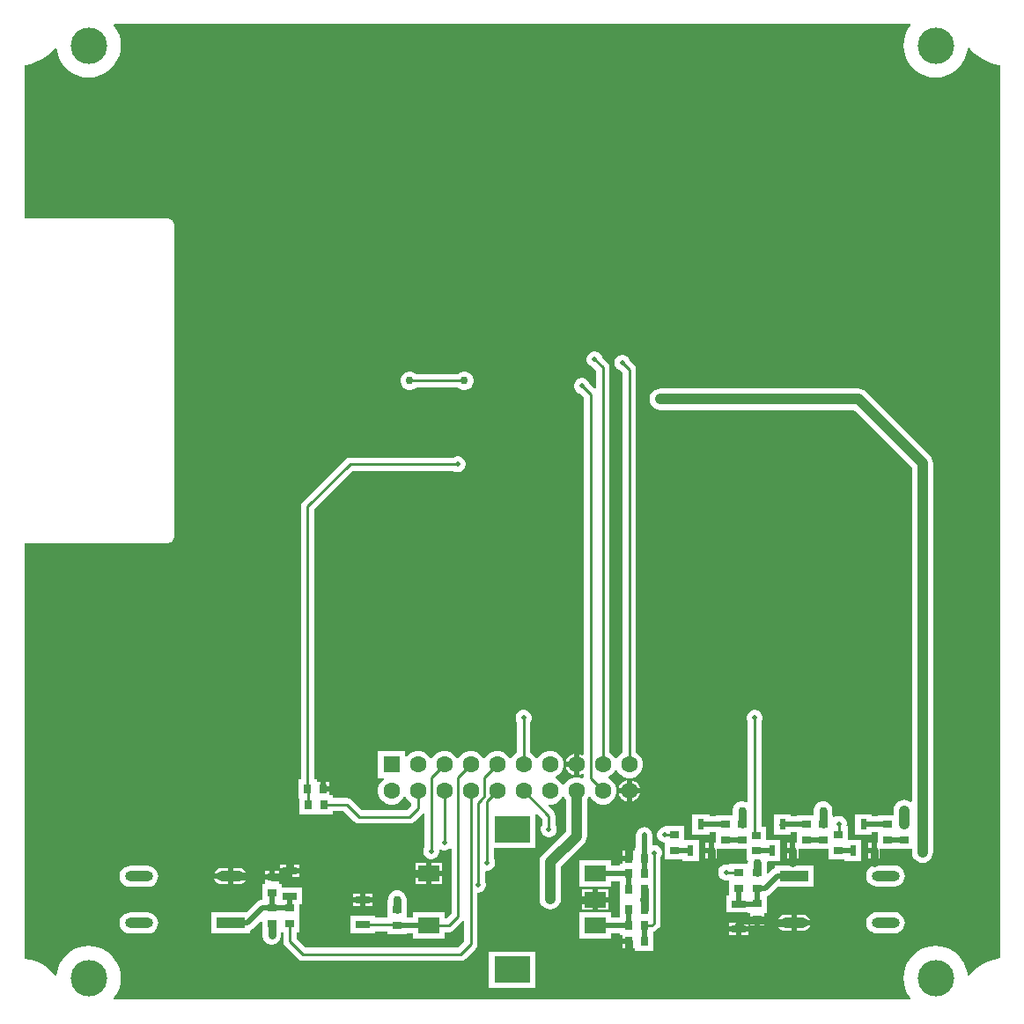
<source format=gtl>
G04*
G04 #@! TF.GenerationSoftware,Altium Limited,Altium Designer,23.10.1 (27)*
G04*
G04 Layer_Physical_Order=1*
G04 Layer_Color=255*
%FSLAX44Y44*%
%MOMM*%
G71*
G04*
G04 #@! TF.SameCoordinates,25226DB3-9521-4D1C-9E54-C7AF66E27BCA*
G04*
G04*
G04 #@! TF.FilePolarity,Positive*
G04*
G01*
G75*
%ADD10C,0.2540*%
%ADD12R,1.3500X0.6500*%
%ADD13R,0.7000X0.8500*%
%ADD14R,2.0000X1.5000*%
%ADD15R,3.5000X2.5000*%
%ADD16R,0.8500X0.7000*%
%ADD17R,0.6000X1.0000*%
%ADD18O,2.7000X1.0000*%
%ADD19R,2.7000X1.0000*%
%ADD31C,1.0160*%
%ADD32C,0.5080*%
%ADD33C,0.7620*%
%ADD34C,1.6000*%
%ADD35R,1.6000X1.6000*%
%ADD36C,3.5000*%
%ADD37C,0.5080*%
%ADD38C,0.7620*%
G36*
X714254Y577790D02*
X713207Y576564D01*
X710671Y572425D01*
X708813Y567940D01*
X707680Y563220D01*
X707299Y558380D01*
X707680Y553540D01*
X708813Y548820D01*
X710671Y544335D01*
X713207Y540195D01*
X716360Y536504D01*
X720051Y533351D01*
X724191Y530815D01*
X728676Y528957D01*
X733396Y527823D01*
X738236Y527443D01*
X743076Y527823D01*
X747796Y528957D01*
X752281Y530815D01*
X756421Y533351D01*
X760112Y536504D01*
X763265Y540195D01*
X765801Y544335D01*
X767659Y548820D01*
X768792Y553540D01*
X768961Y555677D01*
X770269Y556111D01*
X773475Y552455D01*
X777993Y548493D01*
X782990Y545154D01*
X788379Y542497D01*
X794070Y540565D01*
X799964Y539393D01*
X800004Y539390D01*
Y-319521D01*
X794150Y-320685D01*
X788459Y-322617D01*
X783070Y-325275D01*
X778073Y-328613D01*
X773555Y-332575D01*
X770270Y-336322D01*
X768961Y-335887D01*
X768792Y-333740D01*
X767659Y-329020D01*
X765801Y-324535D01*
X763265Y-320396D01*
X760112Y-316704D01*
X756421Y-313551D01*
X752281Y-311015D01*
X747796Y-309157D01*
X743076Y-308023D01*
X738236Y-307643D01*
X733396Y-308023D01*
X728676Y-309157D01*
X724191Y-311015D01*
X720051Y-313551D01*
X716360Y-316704D01*
X713207Y-320396D01*
X710671Y-324535D01*
X708813Y-329020D01*
X707680Y-333740D01*
X707299Y-338580D01*
X707680Y-343420D01*
X708813Y-348140D01*
X710671Y-352625D01*
X713207Y-356765D01*
X714254Y-357990D01*
X713722Y-359144D01*
X-51722D01*
X-52254Y-357990D01*
X-51207Y-356765D01*
X-48671Y-352625D01*
X-46813Y-348140D01*
X-45679Y-343420D01*
X-45299Y-338580D01*
X-45679Y-333740D01*
X-46813Y-329020D01*
X-48671Y-324535D01*
X-51207Y-320396D01*
X-54360Y-316704D01*
X-58051Y-313551D01*
X-62191Y-311015D01*
X-66676Y-309157D01*
X-71396Y-308023D01*
X-76236Y-307643D01*
X-81076Y-308023D01*
X-85796Y-309157D01*
X-90281Y-311015D01*
X-94420Y-313551D01*
X-98112Y-316704D01*
X-101265Y-320396D01*
X-103801Y-324535D01*
X-105659Y-329020D01*
X-106792Y-333740D01*
X-106961Y-335877D01*
X-108269Y-336311D01*
X-111475Y-332655D01*
X-115993Y-328693D01*
X-120990Y-325354D01*
X-126379Y-322697D01*
X-132070Y-320765D01*
X-137964Y-319593D01*
X-138046Y-319587D01*
Y80044D01*
X0D01*
X2279Y80497D01*
X4212Y81788D01*
X5503Y83721D01*
X5957Y86000D01*
X5827Y86651D01*
Y385359D01*
X5954Y386000D01*
X5501Y388279D01*
X4210Y390210D01*
X2279Y391501D01*
X0Y391954D01*
X-138086D01*
Y539310D01*
X-138044Y539313D01*
X-132150Y540485D01*
X-126459Y542417D01*
X-121070Y545075D01*
X-116073Y548413D01*
X-111555Y552375D01*
X-108270Y556122D01*
X-106961Y555687D01*
X-106792Y553540D01*
X-105659Y548820D01*
X-103801Y544335D01*
X-101265Y540195D01*
X-98112Y536504D01*
X-94420Y533351D01*
X-90281Y530815D01*
X-85796Y528957D01*
X-81076Y527823D01*
X-76236Y527443D01*
X-71396Y527823D01*
X-66676Y528957D01*
X-62191Y530815D01*
X-58051Y533351D01*
X-54360Y536504D01*
X-51207Y540195D01*
X-48671Y544335D01*
X-46813Y548820D01*
X-45679Y553540D01*
X-45299Y558380D01*
X-45679Y563220D01*
X-46813Y567940D01*
X-48671Y572425D01*
X-51207Y576564D01*
X-52254Y577790D01*
X-51722Y578943D01*
X713722D01*
X714254Y577790D01*
D02*
G37*
%LPC*%
G36*
X286158Y244856D02*
X283818D01*
X281557Y244250D01*
X279529Y243080D01*
X278890Y242440D01*
X238508D01*
X237869Y243080D01*
X235841Y244250D01*
X233580Y244856D01*
X231240D01*
X228979Y244250D01*
X226951Y243080D01*
X225296Y241425D01*
X224126Y239397D01*
X223520Y237136D01*
Y234796D01*
X224126Y232535D01*
X225296Y230507D01*
X226951Y228852D01*
X228979Y227682D01*
X231240Y227076D01*
X233580D01*
X235841Y227682D01*
X237869Y228852D01*
X238508Y229492D01*
X278890D01*
X279529Y228852D01*
X281557Y227682D01*
X283818Y227076D01*
X286158D01*
X288419Y227682D01*
X290447Y228852D01*
X292102Y230507D01*
X293272Y232535D01*
X293878Y234796D01*
Y237136D01*
X293272Y239397D01*
X292102Y241425D01*
X290447Y243080D01*
X288419Y244250D01*
X286158Y244856D01*
D02*
G37*
G36*
X411213Y264160D02*
X409207D01*
X407269Y263641D01*
X405531Y262638D01*
X404113Y261219D01*
X403109Y259481D01*
X402590Y257543D01*
Y255537D01*
X403109Y253599D01*
X404113Y251861D01*
X405531Y250443D01*
X407269Y249439D01*
X408479Y249115D01*
X411628Y245966D01*
Y228475D01*
X410358Y227957D01*
X405350Y232964D01*
X405119Y233827D01*
X404115Y235565D01*
X402697Y236984D01*
X400959Y237987D01*
X399021Y238506D01*
X397015D01*
X395077Y237987D01*
X393339Y236984D01*
X391921Y235565D01*
X390917Y233827D01*
X390398Y231889D01*
Y229883D01*
X390917Y227945D01*
X391921Y226207D01*
X393339Y224788D01*
X395077Y223785D01*
X396634Y223368D01*
X399672Y220330D01*
Y-123331D01*
X398402Y-124064D01*
X396770Y-123122D01*
X395242Y-122713D01*
Y-132944D01*
Y-143175D01*
X396770Y-142766D01*
X398402Y-141824D01*
X399672Y-142557D01*
Y-145798D01*
X398479Y-146576D01*
X397751Y-146155D01*
X394424Y-145264D01*
X390980D01*
X387653Y-146155D01*
X384671Y-147877D01*
X382235Y-150313D01*
X380709Y-152956D01*
X380305Y-153069D01*
X379699D01*
X379295Y-152956D01*
X377769Y-150313D01*
X375333Y-147877D01*
X372690Y-146351D01*
X372577Y-145947D01*
Y-145341D01*
X372690Y-144937D01*
X375333Y-143411D01*
X377769Y-140975D01*
X379491Y-137993D01*
X380382Y-134666D01*
Y-131222D01*
X379491Y-127895D01*
X377769Y-124913D01*
X375333Y-122477D01*
X372351Y-120755D01*
X369024Y-119864D01*
X365580D01*
X362253Y-120755D01*
X359271Y-122477D01*
X356835Y-124913D01*
X355309Y-127556D01*
X354905Y-127669D01*
X354299D01*
X353895Y-127556D01*
X352369Y-124913D01*
X349933Y-122477D01*
X348376Y-121579D01*
Y-92400D01*
X349003Y-91315D01*
X349522Y-89377D01*
Y-87371D01*
X349003Y-85433D01*
X347999Y-83695D01*
X346581Y-82276D01*
X344843Y-81273D01*
X342905Y-80754D01*
X340899D01*
X338961Y-81273D01*
X337223Y-82276D01*
X335804Y-83695D01*
X334801Y-85433D01*
X334282Y-87371D01*
Y-89377D01*
X334801Y-91315D01*
X335428Y-92400D01*
Y-121579D01*
X333871Y-122477D01*
X331435Y-124913D01*
X329909Y-127556D01*
X329505Y-127669D01*
X328899D01*
X328495Y-127556D01*
X326969Y-124913D01*
X324533Y-122477D01*
X321551Y-120755D01*
X318224Y-119864D01*
X314780D01*
X311453Y-120755D01*
X308471Y-122477D01*
X306035Y-124913D01*
X304509Y-127556D01*
X304105Y-127669D01*
X303499D01*
X303095Y-127556D01*
X301569Y-124913D01*
X299133Y-122477D01*
X296151Y-120755D01*
X292824Y-119864D01*
X289380D01*
X286053Y-120755D01*
X283071Y-122477D01*
X280635Y-124913D01*
X279109Y-127556D01*
X278705Y-127669D01*
X278099D01*
X277695Y-127556D01*
X276169Y-124913D01*
X273733Y-122477D01*
X270751Y-120755D01*
X267424Y-119864D01*
X263980D01*
X260653Y-120755D01*
X257671Y-122477D01*
X255235Y-124913D01*
X253709Y-127556D01*
X253305Y-127669D01*
X252699D01*
X252295Y-127556D01*
X250769Y-124913D01*
X248333Y-122477D01*
X245351Y-120755D01*
X242024Y-119864D01*
X238580D01*
X235253Y-120755D01*
X232271Y-122477D01*
X229835Y-124913D01*
X229252Y-125923D01*
X227982Y-125583D01*
Y-119864D01*
X201822D01*
Y-146024D01*
X207541D01*
X207881Y-147294D01*
X206871Y-147877D01*
X204435Y-150313D01*
X202713Y-153295D01*
X201822Y-156622D01*
Y-160066D01*
X202713Y-163393D01*
X204435Y-166375D01*
X206871Y-168811D01*
X209853Y-170533D01*
X213180Y-171424D01*
X216624D01*
X219951Y-170533D01*
X222933Y-168811D01*
X225369Y-166375D01*
X226895Y-163732D01*
X227299Y-163619D01*
X227905D01*
X228309Y-163732D01*
X229835Y-166375D01*
X232271Y-168811D01*
X233828Y-169709D01*
Y-172814D01*
X229728Y-176914D01*
X186324D01*
X176282Y-166872D01*
X174182Y-165468D01*
X171704Y-164976D01*
X158200D01*
Y-162120D01*
X155392D01*
Y-159004D01*
X149352D01*
Y-156464D01*
X146812D01*
Y-149674D01*
X143312D01*
X142932Y-148561D01*
Y-147134D01*
X140826D01*
Y112366D01*
X177688Y149228D01*
X274612D01*
X275697Y148601D01*
X277635Y148082D01*
X279641D01*
X281579Y148601D01*
X283317Y149605D01*
X284736Y151023D01*
X285739Y152761D01*
X286258Y154699D01*
Y156705D01*
X285739Y158643D01*
X284736Y160381D01*
X283317Y161800D01*
X281579Y162803D01*
X279641Y163322D01*
X277635D01*
X275697Y162803D01*
X274612Y162176D01*
X175006D01*
X172528Y161684D01*
X170428Y160280D01*
X129774Y119626D01*
X128370Y117526D01*
X127878Y115048D01*
Y-147134D01*
X125772D01*
Y-165794D01*
X126040D01*
Y-180780D01*
X158200D01*
Y-177924D01*
X169022D01*
X179064Y-187966D01*
X181164Y-189370D01*
X183642Y-189862D01*
X232410D01*
X234888Y-189370D01*
X236988Y-187966D01*
X244880Y-180074D01*
X245374Y-179335D01*
X246644Y-179720D01*
Y-212501D01*
X246018Y-213586D01*
X245499Y-215524D01*
Y-217530D01*
X246018Y-219468D01*
X247021Y-221206D01*
X248440Y-222625D01*
X250177Y-223628D01*
X252115Y-224147D01*
X254122D01*
X256060Y-223628D01*
X257798Y-222625D01*
X259216Y-221206D01*
X260219Y-219468D01*
X260739Y-217530D01*
Y-215662D01*
X261102Y-215308D01*
X261873Y-214850D01*
X262761Y-215363D01*
X264699Y-215882D01*
X266705D01*
X268643Y-215363D01*
X270381Y-214359D01*
X271148Y-213593D01*
X272418Y-214119D01*
Y-276210D01*
X267350Y-281278D01*
X266080Y-281097D01*
Y-275300D01*
X235920D01*
Y-279864D01*
X229660D01*
Y-263970D01*
X229297D01*
Y-262898D01*
X229220Y-262315D01*
Y-261728D01*
X229068Y-261160D01*
X228991Y-260577D01*
X228766Y-260034D01*
X228614Y-259467D01*
X228320Y-258958D01*
X228095Y-258415D01*
X227738Y-257948D01*
X227444Y-257439D01*
X227028Y-257024D01*
X226670Y-256558D01*
X226204Y-256200D01*
X225789Y-255784D01*
X225280Y-255490D01*
X224813Y-255133D01*
X224270Y-254908D01*
X223761Y-254614D01*
X223194Y-254462D01*
X222651Y-254237D01*
X222068Y-254160D01*
X221500Y-254008D01*
X220913D01*
X220330Y-253931D01*
X219747Y-254008D01*
X219160D01*
X218592Y-254160D01*
X218009Y-254237D01*
X217466Y-254462D01*
X216899Y-254614D01*
X216390Y-254908D01*
X215847Y-255133D01*
X215380Y-255490D01*
X214871Y-255784D01*
X214456Y-256200D01*
X213990Y-256558D01*
X213632Y-257024D01*
X213216Y-257439D01*
X212922Y-257948D01*
X212565Y-258415D01*
X212340Y-258958D01*
X212046Y-259467D01*
X211894Y-260034D01*
X211669Y-260577D01*
X211592Y-261160D01*
X211440Y-261728D01*
Y-262315D01*
X211363Y-262898D01*
Y-263970D01*
X211000D01*
Y-280546D01*
X199282D01*
Y-278690D01*
X175622D01*
Y-295350D01*
X199282D01*
Y-293494D01*
X211000D01*
Y-296130D01*
X229660D01*
Y-295236D01*
X235920D01*
Y-300460D01*
X266080D01*
Y-294354D01*
X269904D01*
X272382Y-293862D01*
X274482Y-292458D01*
X283358Y-283583D01*
X284181Y-283686D01*
X284628Y-283821D01*
Y-303116D01*
X278750Y-308994D01*
X132476D01*
X123680Y-300198D01*
Y-294352D01*
X126536D01*
Y-279352D01*
Y-267796D01*
X129036D01*
Y-251136D01*
X109010D01*
Y-247982D01*
X107583D01*
X106470Y-247602D01*
X106470Y-246712D01*
Y-244102D01*
X99680D01*
X92890D01*
Y-247602D01*
X91777Y-247982D01*
X90350D01*
Y-263178D01*
X89055Y-263348D01*
X87201Y-264116D01*
X85609Y-265337D01*
X85609Y-265337D01*
X75541Y-275406D01*
X41420D01*
Y-295566D01*
X78580D01*
Y-292802D01*
X80173Y-292142D01*
X81765Y-290920D01*
X89177Y-283509D01*
X90350Y-283995D01*
Y-294352D01*
X90713D01*
Y-297188D01*
X90790Y-297771D01*
Y-298358D01*
X90942Y-298926D01*
X91019Y-299509D01*
X91244Y-300052D01*
X91396Y-300619D01*
X91690Y-301129D01*
X91915Y-301671D01*
X92272Y-302138D01*
X92566Y-302647D01*
X92982Y-303062D01*
X93340Y-303528D01*
X93806Y-303886D01*
X94221Y-304302D01*
X94731Y-304596D01*
X95197Y-304953D01*
X95740Y-305178D01*
X96249Y-305472D01*
X96816Y-305624D01*
X97359Y-305849D01*
X97942Y-305926D01*
X98510Y-306078D01*
X99097D01*
X99680Y-306155D01*
X100263Y-306078D01*
X100850D01*
X101418Y-305926D01*
X102001Y-305849D01*
X102544Y-305624D01*
X103111Y-305472D01*
X103621Y-305178D01*
X104163Y-304953D01*
X104630Y-304596D01*
X105139Y-304302D01*
X105554Y-303886D01*
X106020Y-303528D01*
X106378Y-303062D01*
X106794Y-302647D01*
X107088Y-302138D01*
X107445Y-301671D01*
X107670Y-301129D01*
X107964Y-300619D01*
X108116Y-300052D01*
X108341Y-299509D01*
X108418Y-298926D01*
X108570Y-298358D01*
Y-297771D01*
X108647Y-297188D01*
Y-294352D01*
X110732D01*
Y-302880D01*
X111224Y-305358D01*
X112628Y-307458D01*
X125216Y-320046D01*
X127316Y-321450D01*
X129794Y-321942D01*
X281432D01*
X283910Y-321450D01*
X286010Y-320046D01*
X295680Y-310376D01*
X297084Y-308276D01*
X297576Y-305798D01*
Y-256286D01*
X299199D01*
X301137Y-255767D01*
X302875Y-254764D01*
X304293Y-253345D01*
X305297Y-251607D01*
X305816Y-249669D01*
Y-247663D01*
X305297Y-245725D01*
X304670Y-244640D01*
Y-235937D01*
X305678Y-235164D01*
X305829Y-235204D01*
X307835D01*
X309773Y-234685D01*
X311511Y-233682D01*
X312929Y-232263D01*
X313933Y-230525D01*
X314452Y-228587D01*
Y-226581D01*
X313933Y-224643D01*
X313052Y-223118D01*
Y-212960D01*
X353580D01*
Y-180838D01*
X354753Y-180352D01*
X359728Y-185326D01*
Y-191112D01*
X359101Y-192197D01*
X358582Y-194135D01*
Y-196141D01*
X359101Y-198079D01*
X360104Y-199817D01*
X361523Y-201236D01*
X363261Y-202239D01*
X365199Y-202758D01*
X367205D01*
X369143Y-202239D01*
X370881Y-201236D01*
X372299Y-199817D01*
X373303Y-198079D01*
X373822Y-196141D01*
Y-194135D01*
X373303Y-192197D01*
X372676Y-191112D01*
Y-182644D01*
X372184Y-180166D01*
X370780Y-178066D01*
X365287Y-172572D01*
X365934Y-171424D01*
X369024D01*
X372351Y-170533D01*
X375333Y-168811D01*
X377769Y-166375D01*
X379295Y-163732D01*
X379699Y-163619D01*
X380305D01*
X380709Y-163732D01*
X382235Y-166375D01*
X382454Y-166594D01*
Y-197667D01*
X360292Y-219830D01*
X358663Y-221952D01*
X357640Y-224424D01*
X357290Y-227076D01*
X357290Y-227076D01*
Y-262128D01*
X357640Y-264780D01*
X358663Y-267252D01*
X360292Y-269374D01*
X362414Y-271003D01*
X364886Y-272027D01*
X367538Y-272376D01*
X370190Y-272027D01*
X372662Y-271003D01*
X374784Y-269374D01*
X376413Y-267252D01*
X377436Y-264780D01*
X377786Y-262128D01*
Y-231321D01*
X399948Y-209158D01*
X401577Y-207036D01*
X402601Y-204564D01*
X402950Y-201912D01*
Y-166594D01*
X403169Y-166375D01*
X404695Y-163732D01*
X405099Y-163619D01*
X405705D01*
X406109Y-163732D01*
X407635Y-166375D01*
X410071Y-168811D01*
X413053Y-170533D01*
X416380Y-171424D01*
X419824D01*
X423151Y-170533D01*
X426133Y-168811D01*
X428569Y-166375D01*
X430291Y-163393D01*
X431182Y-160066D01*
Y-156622D01*
X430291Y-153295D01*
X428569Y-150313D01*
X426133Y-147877D01*
X423490Y-146351D01*
X423377Y-145947D01*
Y-145341D01*
X423490Y-144937D01*
X426133Y-143411D01*
X428569Y-140975D01*
X430095Y-138332D01*
X430499Y-138219D01*
X431105D01*
X431509Y-138332D01*
X433035Y-140975D01*
X435471Y-143411D01*
X438453Y-145133D01*
X441780Y-146024D01*
X445224D01*
X448551Y-145133D01*
X451533Y-143411D01*
X453969Y-140975D01*
X455691Y-137993D01*
X456582Y-134666D01*
Y-131222D01*
X455691Y-127895D01*
X453969Y-124913D01*
X451533Y-122477D01*
X449976Y-121579D01*
Y246616D01*
X449484Y249094D01*
X448080Y251194D01*
X444305Y254969D01*
X443981Y256179D01*
X442977Y257917D01*
X441559Y259335D01*
X439821Y260339D01*
X437883Y260858D01*
X435877D01*
X433939Y260339D01*
X432201Y259335D01*
X430783Y257917D01*
X429779Y256179D01*
X429260Y254241D01*
Y252235D01*
X429779Y250297D01*
X430783Y248559D01*
X432201Y247141D01*
X433939Y246137D01*
X435149Y245813D01*
X437028Y243934D01*
Y-121579D01*
X435471Y-122477D01*
X433035Y-124913D01*
X431509Y-127556D01*
X431105Y-127669D01*
X430499D01*
X430095Y-127556D01*
X428569Y-124913D01*
X426133Y-122477D01*
X424576Y-121579D01*
Y248648D01*
X424084Y251126D01*
X422680Y253226D01*
X417635Y258271D01*
X417311Y259481D01*
X416307Y261219D01*
X414889Y262638D01*
X413151Y263641D01*
X411213Y264160D01*
D02*
G37*
G36*
X390162Y-122713D02*
X388634Y-123122D01*
X386230Y-124510D01*
X384268Y-126472D01*
X382880Y-128876D01*
X382471Y-130404D01*
X390162D01*
Y-122713D01*
D02*
G37*
G36*
Y-135484D02*
X382471D01*
X382880Y-137012D01*
X384268Y-139416D01*
X386230Y-141378D01*
X388634Y-142766D01*
X390162Y-143175D01*
Y-135484D01*
D02*
G37*
G36*
X151892Y-149674D02*
Y-153924D01*
X155392D01*
Y-149674D01*
X151892D01*
D02*
G37*
G36*
X446042Y-148113D02*
Y-155804D01*
X453733D01*
X453324Y-154276D01*
X451936Y-151872D01*
X449974Y-149910D01*
X447570Y-148522D01*
X446042Y-148113D01*
D02*
G37*
G36*
X440962D02*
X439434Y-148522D01*
X437030Y-149910D01*
X435068Y-151872D01*
X433680Y-154276D01*
X433271Y-155804D01*
X440962D01*
Y-148113D01*
D02*
G37*
G36*
X453733Y-160884D02*
X446042D01*
Y-168575D01*
X447570Y-168166D01*
X449974Y-166778D01*
X451936Y-164816D01*
X453324Y-162412D01*
X453733Y-160884D01*
D02*
G37*
G36*
X440962D02*
X433271D01*
X433680Y-162412D01*
X435068Y-164816D01*
X437030Y-166778D01*
X439434Y-168166D01*
X440962Y-168575D01*
Y-160884D01*
D02*
G37*
G36*
X664210Y228434D02*
X664210Y228434D01*
X473202D01*
X470550Y228085D01*
X468078Y227061D01*
X465956Y225432D01*
X464327Y223310D01*
X463303Y220838D01*
X462954Y218186D01*
X463303Y215534D01*
X464327Y213062D01*
X465956Y210940D01*
X468078Y209311D01*
X470550Y208288D01*
X473202Y207938D01*
X659965D01*
X715288Y152615D01*
Y-168478D01*
X714018Y-169104D01*
X713134Y-168425D01*
X710662Y-167402D01*
X708010Y-167052D01*
X705358Y-167402D01*
X702886Y-168425D01*
X700764Y-170054D01*
X699135Y-172176D01*
X698111Y-174648D01*
X697762Y-177300D01*
Y-182182D01*
X682932D01*
Y-183076D01*
X676880D01*
Y-180682D01*
X660720D01*
Y-200842D01*
X676880D01*
Y-198448D01*
X682932D01*
Y-208222D01*
X681340D01*
Y-215762D01*
X678800D01*
D01*
X681340D01*
Y-223302D01*
X684340D01*
Y-214342D01*
X701592D01*
Y-214342D01*
X715288D01*
Y-217432D01*
X715638Y-220084D01*
X716661Y-222556D01*
X718290Y-224678D01*
X720412Y-226307D01*
X722884Y-227330D01*
X725536Y-227680D01*
X728188Y-227330D01*
X730660Y-226307D01*
X732782Y-224678D01*
X734411Y-222556D01*
X735434Y-220084D01*
X735784Y-217432D01*
Y156860D01*
X735434Y159512D01*
X734411Y161984D01*
X732782Y164106D01*
X732782Y164106D01*
X671456Y225432D01*
X669334Y227061D01*
X666862Y228085D01*
X664210Y228434D01*
D02*
G37*
G36*
X565119Y-80754D02*
X563113D01*
X561175Y-81273D01*
X559437Y-82276D01*
X558018Y-83695D01*
X557015Y-85433D01*
X556496Y-87371D01*
Y-89377D01*
X557015Y-91315D01*
X557642Y-92400D01*
Y-168941D01*
X557416Y-169182D01*
X556372Y-169602D01*
X556283Y-169535D01*
X555741Y-169310D01*
X555231Y-169016D01*
X554664Y-168864D01*
X554121Y-168639D01*
X553538Y-168562D01*
X552970Y-168410D01*
X552383D01*
X551800Y-168333D01*
X551217Y-168410D01*
X550630D01*
X550062Y-168562D01*
X549479Y-168639D01*
X548936Y-168864D01*
X548369Y-169016D01*
X547860Y-169310D01*
X547317Y-169535D01*
X546851Y-169892D01*
X546341Y-170186D01*
X545926Y-170602D01*
X545460Y-170960D01*
X545102Y-171426D01*
X544686Y-171841D01*
X544392Y-172351D01*
X544035Y-172817D01*
X543810Y-173360D01*
X543516Y-173869D01*
X543364Y-174436D01*
X543139Y-174979D01*
X543062Y-175562D01*
X542910Y-176130D01*
Y-176717D01*
X542833Y-177300D01*
Y-182182D01*
X542470D01*
Y-182182D01*
X526976D01*
Y-183076D01*
X520510D01*
Y-180682D01*
X504350D01*
Y-200842D01*
X520510D01*
Y-198448D01*
X526976D01*
Y-208222D01*
X524970D01*
Y-215762D01*
X522430D01*
D01*
X524970D01*
Y-223302D01*
X527970D01*
Y-214342D01*
X545636D01*
Y-214342D01*
X556440D01*
Y-224756D01*
X557156D01*
X557838Y-226026D01*
X557565Y-228100D01*
Y-228526D01*
X539168D01*
Y-228526D01*
X538227Y-229248D01*
X537705Y-229108D01*
X535699D01*
X533761Y-229627D01*
X532023Y-230630D01*
X530605Y-232049D01*
X529601Y-233787D01*
X529082Y-235725D01*
Y-237731D01*
X529601Y-239669D01*
X530605Y-241407D01*
X532023Y-242826D01*
X533761Y-243829D01*
X535699Y-244348D01*
X537705D01*
X538160Y-244226D01*
X539168Y-244999D01*
Y-258762D01*
X536668D01*
Y-275422D01*
X557202D01*
Y-275542D01*
X558629D01*
X559742Y-275922D01*
X559742Y-276812D01*
Y-279422D01*
X566532D01*
X573322D01*
Y-275922D01*
X574435Y-275542D01*
X575862D01*
Y-259669D01*
X575873Y-259668D01*
X577727Y-258900D01*
X579319Y-257679D01*
X586643Y-250354D01*
X620580D01*
Y-230194D01*
X583420D01*
Y-233035D01*
X582011Y-233618D01*
X580419Y-234840D01*
X580419Y-234840D01*
X577035Y-238223D01*
X575862Y-237737D01*
Y-228664D01*
X575862D01*
X575702Y-227460D01*
X575676Y-227263D01*
Y-226676D01*
X576768Y-225842D01*
X588836D01*
Y-205682D01*
X575100D01*
Y-192596D01*
X570590D01*
Y-92400D01*
X571217Y-91315D01*
X571736Y-89377D01*
Y-87371D01*
X571217Y-85433D01*
X570214Y-83695D01*
X568795Y-82276D01*
X567057Y-81273D01*
X565119Y-80754D01*
D02*
G37*
G36*
X629905Y-168333D02*
X629322Y-168410D01*
X628735D01*
X628167Y-168562D01*
X627584Y-168639D01*
X627041Y-168864D01*
X626474Y-169016D01*
X625965Y-169310D01*
X625422Y-169535D01*
X624955Y-169892D01*
X624446Y-170186D01*
X624031Y-170602D01*
X623565Y-170960D01*
X623207Y-171426D01*
X622791Y-171841D01*
X622497Y-172351D01*
X622140Y-172817D01*
X621915Y-173360D01*
X621621Y-173869D01*
X621469Y-174436D01*
X621244Y-174979D01*
X621167Y-175562D01*
X621015Y-176130D01*
Y-176717D01*
X620938Y-177300D01*
Y-182182D01*
X604954D01*
Y-183076D01*
X598836D01*
Y-180682D01*
X582676D01*
Y-200842D01*
X598836D01*
Y-198448D01*
X604954D01*
Y-208222D01*
X603296D01*
Y-215762D01*
Y-223302D01*
X606296D01*
Y-214342D01*
X635288D01*
Y-224342D01*
X650720D01*
Y-225842D01*
X666880D01*
Y-205682D01*
X653948D01*
Y-192182D01*
X653251D01*
X652478Y-191174D01*
X652526Y-190995D01*
Y-188989D01*
X652007Y-187051D01*
X651003Y-185313D01*
X649585Y-183895D01*
X647847Y-182891D01*
X645909Y-182372D01*
X643903D01*
X641965Y-182891D01*
X640505Y-183734D01*
X639235Y-183260D01*
Y-182182D01*
X638872D01*
Y-177300D01*
X638795Y-176717D01*
Y-176130D01*
X638643Y-175562D01*
X638566Y-174979D01*
X638341Y-174436D01*
X638189Y-173869D01*
X637895Y-173360D01*
X637670Y-172817D01*
X637313Y-172351D01*
X637019Y-171841D01*
X636603Y-171426D01*
X636245Y-170960D01*
X635779Y-170602D01*
X635364Y-170186D01*
X634855Y-169892D01*
X634388Y-169535D01*
X633845Y-169310D01*
X633336Y-169016D01*
X632769Y-168864D01*
X632226Y-168639D01*
X631643Y-168562D01*
X631075Y-168410D01*
X630488D01*
X629905Y-168333D01*
D02*
G37*
G36*
X676260Y-208222D02*
X673260D01*
Y-213222D01*
X676260D01*
Y-208222D01*
D02*
G37*
G36*
X598216Y-208222D02*
X595216D01*
Y-213222D01*
X598216D01*
Y-208222D01*
D02*
G37*
G36*
X519890Y-208222D02*
X516890D01*
Y-213222D01*
X519890D01*
Y-208222D01*
D02*
G37*
G36*
X440280Y-216230D02*
X436780D01*
Y-220480D01*
X440280D01*
Y-216230D01*
D02*
G37*
G36*
X676260Y-218302D02*
X673260D01*
Y-223302D01*
X676260D01*
Y-218302D01*
D02*
G37*
G36*
X519890Y-218302D02*
X516890D01*
Y-223302D01*
X519890D01*
Y-218302D01*
D02*
G37*
G36*
X598216D02*
X595216D01*
Y-223302D01*
X598216D01*
Y-218302D01*
D02*
G37*
G36*
X496614Y-192088D02*
X477954D01*
Y-193040D01*
X476771D01*
X474833Y-193559D01*
X473095Y-194562D01*
X471676Y-195981D01*
X470673Y-197719D01*
X470154Y-199657D01*
Y-201663D01*
X470673Y-203601D01*
X471676Y-205339D01*
X473095Y-206758D01*
X474833Y-207761D01*
X476771Y-208280D01*
X477954D01*
Y-224248D01*
X494350D01*
Y-225842D01*
X510510D01*
Y-205682D01*
X496614D01*
Y-192088D01*
D02*
G37*
G36*
X457962Y-193228D02*
X457463Y-193294D01*
X456959D01*
X456472Y-193424D01*
X455973Y-193490D01*
X455507Y-193683D01*
X455021Y-193813D01*
X454585Y-194065D01*
X454119Y-194258D01*
X453719Y-194565D01*
X453283Y-194816D01*
X452927Y-195173D01*
X452527Y-195479D01*
X452385Y-195621D01*
X452079Y-196021D01*
X451865Y-196235D01*
X451713Y-196497D01*
X451164Y-197213D01*
X450396Y-199067D01*
X450134Y-201056D01*
Y-213690D01*
X449240D01*
Y-215117D01*
X448860Y-216230D01*
X445360D01*
Y-223020D01*
X442820D01*
Y-225560D01*
X436780D01*
Y-228676D01*
X434240D01*
Y-230194D01*
X426080D01*
Y-225300D01*
X395920D01*
Y-250460D01*
X426080D01*
Y-245566D01*
X434240D01*
Y-262576D01*
X434240D01*
Y-263474D01*
X434240D01*
Y-280194D01*
X426080D01*
Y-275300D01*
X395920D01*
Y-300460D01*
X426080D01*
Y-295566D01*
X434240D01*
Y-297120D01*
X436780D01*
Y-300236D01*
X442820D01*
Y-302776D01*
X445360D01*
Y-309566D01*
X448860D01*
X449240Y-310679D01*
Y-312106D01*
X466400D01*
Y-297120D01*
X466400D01*
Y-293999D01*
X467544Y-293772D01*
X469644Y-292368D01*
X471684Y-290328D01*
X473088Y-288228D01*
X473580Y-285750D01*
Y-221958D01*
X474207Y-220873D01*
X474726Y-218935D01*
Y-216929D01*
X474207Y-214991D01*
X473204Y-213253D01*
X471785Y-211835D01*
X470047Y-210831D01*
X468109Y-210312D01*
X466103D01*
X465506Y-209854D01*
Y-202202D01*
X465582Y-201917D01*
Y-201413D01*
X465648Y-200914D01*
X465582Y-200415D01*
Y-199911D01*
X465452Y-199424D01*
X465386Y-198925D01*
X465193Y-198459D01*
X465063Y-197973D01*
X464811Y-197537D01*
X464618Y-197071D01*
X464311Y-196672D01*
X464059Y-196235D01*
X463703Y-195879D01*
X463397Y-195479D01*
X462997Y-195173D01*
X462641Y-194816D01*
X462204Y-194564D01*
X461805Y-194258D01*
X461339Y-194065D01*
X460903Y-193813D01*
X460417Y-193683D01*
X459951Y-193490D01*
X459452Y-193424D01*
X458965Y-193294D01*
X458461D01*
X457962Y-193228D01*
D02*
G37*
G36*
X126496Y-229676D02*
X119746D01*
Y-232926D01*
X126496D01*
Y-229676D01*
D02*
G37*
G36*
X114666D02*
X107916D01*
Y-232926D01*
X114666D01*
Y-229676D01*
D02*
G37*
G36*
X263540Y-227840D02*
X253540D01*
Y-235340D01*
X263540D01*
Y-227840D01*
D02*
G37*
G36*
X248460D02*
X238460D01*
Y-235340D01*
X248460D01*
Y-227840D01*
D02*
G37*
G36*
X68500Y-232880D02*
X62540D01*
Y-237945D01*
X75609D01*
X75086Y-236683D01*
X73878Y-235108D01*
X72302Y-233899D01*
X70468Y-233140D01*
X68500Y-232880D01*
D02*
G37*
G36*
X57460D02*
X51500D01*
X49532Y-233140D01*
X47698Y-233899D01*
X46122Y-235108D01*
X44914Y-236683D01*
X44391Y-237945D01*
X57460D01*
Y-232880D01*
D02*
G37*
G36*
X106470Y-235522D02*
X102220D01*
Y-239022D01*
X106470D01*
Y-235522D01*
D02*
G37*
G36*
X97140D02*
X92890D01*
Y-239022D01*
X97140D01*
Y-235522D01*
D02*
G37*
G36*
X126496Y-238006D02*
X119746D01*
Y-241256D01*
X126496D01*
Y-238006D01*
D02*
G37*
G36*
X114666D02*
X107916D01*
Y-241256D01*
X114666D01*
Y-238006D01*
D02*
G37*
G36*
X263540Y-240420D02*
X253540D01*
Y-247920D01*
X263540D01*
Y-240420D01*
D02*
G37*
G36*
X248460D02*
X238460D01*
Y-247920D01*
X248460D01*
Y-240420D01*
D02*
G37*
G36*
X75609Y-243025D02*
X62540D01*
Y-248091D01*
X68500D01*
X70468Y-247831D01*
X72302Y-247072D01*
X73878Y-245863D01*
X75086Y-244288D01*
X75609Y-243025D01*
D02*
G37*
G36*
X57460D02*
X44391D01*
X44914Y-244288D01*
X46122Y-245863D01*
X47698Y-247072D01*
X49532Y-247831D01*
X51500Y-248091D01*
X57460D01*
Y-243025D01*
D02*
G37*
G36*
X698500Y-230107D02*
X681500D01*
X678869Y-230454D01*
X676416Y-231470D01*
X674311Y-233085D01*
X672695Y-235191D01*
X671680Y-237643D01*
X671333Y-240274D01*
X671680Y-242906D01*
X672695Y-245358D01*
X674311Y-247463D01*
X676416Y-249079D01*
X678869Y-250095D01*
X681500Y-250441D01*
X698500D01*
X701131Y-250095D01*
X703584Y-249079D01*
X705689Y-247463D01*
X707305Y-245358D01*
X708320Y-242906D01*
X708667Y-240274D01*
X708320Y-237643D01*
X707305Y-235191D01*
X705689Y-233085D01*
X703584Y-231470D01*
X701131Y-230454D01*
X698500Y-230107D01*
D02*
G37*
G36*
X-19500Y-230319D02*
X-36500D01*
X-39131Y-230665D01*
X-41583Y-231681D01*
X-43689Y-233297D01*
X-45305Y-235402D01*
X-46321Y-237854D01*
X-46667Y-240486D01*
X-46321Y-243117D01*
X-45305Y-245569D01*
X-43689Y-247675D01*
X-41583Y-249290D01*
X-39131Y-250306D01*
X-36500Y-250653D01*
X-19500D01*
X-16868Y-250306D01*
X-14417Y-249290D01*
X-12311Y-247675D01*
X-10695Y-245569D01*
X-9679Y-243117D01*
X-9333Y-240486D01*
X-9679Y-237854D01*
X-10695Y-235402D01*
X-12311Y-233297D01*
X-14417Y-231681D01*
X-16868Y-230665D01*
X-19500Y-230319D01*
D02*
G37*
G36*
X423540Y-252840D02*
X413540D01*
Y-260340D01*
X423540D01*
Y-252840D01*
D02*
G37*
G36*
X408460D02*
X398460D01*
Y-260340D01*
X408460D01*
Y-252840D01*
D02*
G37*
G36*
X196742Y-257230D02*
X189992D01*
Y-260480D01*
X196742D01*
Y-257230D01*
D02*
G37*
G36*
X184912D02*
X178162D01*
Y-260480D01*
X184912D01*
Y-257230D01*
D02*
G37*
G36*
X196742Y-265560D02*
X189992D01*
Y-268810D01*
X196742D01*
Y-265560D01*
D02*
G37*
G36*
X184912D02*
X178162D01*
Y-268810D01*
X184912D01*
Y-265560D01*
D02*
G37*
G36*
X423540Y-265420D02*
X413540D01*
Y-272920D01*
X423540D01*
Y-265420D01*
D02*
G37*
G36*
X408460D02*
X398460D01*
Y-272920D01*
X408460D01*
Y-265420D01*
D02*
G37*
G36*
X610500Y-277669D02*
X604540D01*
Y-282734D01*
X617609D01*
X617086Y-281472D01*
X615878Y-279897D01*
X614303Y-278688D01*
X612468Y-277929D01*
X610500Y-277669D01*
D02*
G37*
G36*
X599460D02*
X593500D01*
X591532Y-277929D01*
X589697Y-278688D01*
X588122Y-279897D01*
X586914Y-281472D01*
X586391Y-282734D01*
X599460D01*
Y-277669D01*
D02*
G37*
G36*
X573322Y-284502D02*
X569072D01*
Y-288002D01*
X573322D01*
Y-284502D01*
D02*
G37*
G36*
X563992D02*
X559742D01*
Y-288002D01*
X563992D01*
Y-284502D01*
D02*
G37*
G36*
X557788Y-285302D02*
X551038D01*
Y-288552D01*
X557788D01*
Y-285302D01*
D02*
G37*
G36*
X545958D02*
X539208D01*
Y-288552D01*
X545958D01*
Y-285302D01*
D02*
G37*
G36*
X617609Y-287814D02*
X604540D01*
Y-292880D01*
X610500D01*
X612468Y-292620D01*
X614303Y-291861D01*
X615878Y-290652D01*
X617086Y-289077D01*
X617609Y-287814D01*
D02*
G37*
G36*
X599460D02*
X586391D01*
X586914Y-289077D01*
X588122Y-290652D01*
X589697Y-291861D01*
X591532Y-292620D01*
X593500Y-292880D01*
X599460D01*
Y-287814D01*
D02*
G37*
G36*
X698500Y-275107D02*
X681500D01*
X678869Y-275454D01*
X676416Y-276470D01*
X674311Y-278085D01*
X672695Y-280191D01*
X671680Y-282643D01*
X671333Y-285274D01*
X671680Y-287906D01*
X672695Y-290358D01*
X674311Y-292463D01*
X676416Y-294079D01*
X678869Y-295095D01*
X681500Y-295441D01*
X698500D01*
X701131Y-295095D01*
X703584Y-294079D01*
X705689Y-292463D01*
X707305Y-290358D01*
X708320Y-287906D01*
X708667Y-285274D01*
X708320Y-282643D01*
X707305Y-280191D01*
X705689Y-278085D01*
X703584Y-276470D01*
X701131Y-275454D01*
X698500Y-275107D01*
D02*
G37*
G36*
X-19500Y-275319D02*
X-36500D01*
X-39131Y-275665D01*
X-41583Y-276681D01*
X-43689Y-278297D01*
X-45305Y-280402D01*
X-46321Y-282854D01*
X-46667Y-285486D01*
X-46321Y-288117D01*
X-45305Y-290569D01*
X-43689Y-292675D01*
X-41583Y-294290D01*
X-39131Y-295306D01*
X-36500Y-295653D01*
X-19500D01*
X-16868Y-295306D01*
X-14417Y-294290D01*
X-12311Y-292675D01*
X-10695Y-290569D01*
X-9679Y-288117D01*
X-9333Y-285486D01*
X-9679Y-282854D01*
X-10695Y-280402D01*
X-12311Y-278297D01*
X-14417Y-276681D01*
X-16868Y-275665D01*
X-19500Y-275319D01*
D02*
G37*
G36*
X557788Y-293632D02*
X551038D01*
Y-296882D01*
X557788D01*
Y-293632D01*
D02*
G37*
G36*
X545958D02*
X539208D01*
Y-296882D01*
X545958D01*
Y-293632D01*
D02*
G37*
G36*
X440280Y-305316D02*
X436780D01*
Y-309566D01*
X440280D01*
Y-305316D01*
D02*
G37*
G36*
X353580Y-312800D02*
X308420D01*
Y-347960D01*
X353580D01*
Y-312800D01*
D02*
G37*
%LPD*%
D10*
X219800Y-287020D02*
X220330Y-287550D01*
X187452Y-287020D02*
X219800D01*
X443502Y-132944D02*
Y246616D01*
X436880Y253238D02*
X443502Y246616D01*
X418102Y-132944D02*
Y248648D01*
X410210Y256540D02*
X418102Y248648D01*
X406146Y-146388D02*
Y223012D01*
X398526Y230632D02*
X406146Y223012D01*
X175006Y155702D02*
X278638D01*
X134352Y115048D02*
X175006Y155702D01*
X134352Y-156464D02*
Y115048D01*
X406146Y-146388D02*
X418102Y-158344D01*
X232410Y235966D02*
X284988D01*
X564116Y-199522D02*
X565770Y-201176D01*
X564116Y-199522D02*
Y-88374D01*
X341902Y-132944D02*
Y-88374D01*
X134620Y-171450D02*
Y-156732D01*
X134352Y-156464D02*
X134620Y-156732D01*
X149620Y-171450D02*
X171704D01*
X183642Y-183388D01*
X232410D01*
X240302Y-175496D01*
Y-158344D01*
X457820Y-287790D02*
X465066D01*
X467106Y-285750D01*
Y-217932D01*
X253119Y-216527D02*
Y-145527D01*
X265702Y-132944D01*
X536702Y-236728D02*
X537080Y-237106D01*
X548498D01*
X303784Y-163878D02*
Y-145662D01*
X298196Y-248666D02*
Y-170180D01*
X301498Y-166878D01*
Y-166164D01*
X303784Y-163878D01*
X306578Y-227579D02*
Y-168268D01*
X316502Y-158344D01*
X303784Y-145662D02*
X316502Y-132944D01*
X644906Y-200474D02*
Y-189992D01*
X644618Y-200762D02*
X644906Y-200474D01*
X366202Y-195138D02*
Y-182644D01*
X341902Y-158344D02*
X366202Y-182644D01*
X477774Y-200660D02*
X477782Y-200668D01*
X487284D01*
X265702Y-208262D02*
Y-158344D01*
X117206Y-302880D02*
X129794Y-315468D01*
X117206Y-302880D02*
Y-285772D01*
X129794Y-315468D02*
X281432D01*
X291102Y-305798D01*
Y-158344D01*
X251000Y-287880D02*
X269904D01*
X278892Y-278892D01*
Y-145154D01*
X291102Y-132944D01*
X457820Y-287790D02*
X457820Y-287790D01*
D12*
X187452Y-287020D02*
D03*
Y-263020D02*
D03*
X117206Y-235466D02*
D03*
Y-259466D02*
D03*
X548498Y-291092D02*
D03*
Y-267092D02*
D03*
D13*
X134620Y-171450D02*
D03*
X149352Y-156464D02*
D03*
X149620Y-171450D02*
D03*
X134352Y-156464D02*
D03*
X457820Y-223020D02*
D03*
X442820D02*
D03*
Y-302776D02*
D03*
X457820D02*
D03*
Y-272804D02*
D03*
X442820D02*
D03*
X442820Y-238006D02*
D03*
X457820D02*
D03*
X442820Y-287790D02*
D03*
X457820D02*
D03*
X457820Y-253246D02*
D03*
X442820D02*
D03*
D14*
X411000Y-287880D02*
D03*
Y-262880D02*
D03*
Y-237880D02*
D03*
X251000Y-287880D02*
D03*
Y-237880D02*
D03*
D15*
X331000Y-195380D02*
D03*
Y-330380D02*
D03*
D16*
X99680Y-270772D02*
D03*
Y-285772D02*
D03*
X708010Y-190762D02*
D03*
Y-205762D02*
D03*
X99680Y-241562D02*
D03*
Y-256562D02*
D03*
X566532Y-281962D02*
D03*
Y-266962D02*
D03*
X220330Y-287550D02*
D03*
Y-272550D02*
D03*
X548498Y-252106D02*
D03*
Y-237106D02*
D03*
X487284Y-215668D02*
D03*
Y-200668D02*
D03*
X565770Y-216176D02*
D03*
Y-201176D02*
D03*
X644618Y-215762D02*
D03*
Y-200762D02*
D03*
X536306Y-190762D02*
D03*
Y-205762D02*
D03*
X614284Y-190762D02*
D03*
Y-205762D02*
D03*
X692262Y-190762D02*
D03*
Y-205762D02*
D03*
X117206Y-270772D02*
D03*
Y-285772D02*
D03*
X566532Y-252244D02*
D03*
Y-237244D02*
D03*
X551800Y-190762D02*
D03*
Y-205762D02*
D03*
X629905Y-190762D02*
D03*
Y-205762D02*
D03*
D17*
X678800Y-215762D02*
D03*
X668800Y-190762D02*
D03*
X658800Y-215762D02*
D03*
X522430D02*
D03*
X512430Y-190762D02*
D03*
X502430Y-215762D02*
D03*
X600756Y-215762D02*
D03*
X590756Y-190762D02*
D03*
X580756Y-215762D02*
D03*
D18*
X690000Y-240274D02*
D03*
Y-285274D02*
D03*
X602000D02*
D03*
X-28000Y-285486D02*
D03*
Y-240486D02*
D03*
X60000D02*
D03*
D19*
X602000Y-240274D02*
D03*
X60000Y-285486D02*
D03*
D31*
X473202Y218186D02*
X664210D01*
X725536Y156860D01*
Y-217432D02*
Y156860D01*
X367538Y-262128D02*
Y-227076D01*
X392702Y-201912D01*
Y-158344D01*
X708010Y-190762D02*
Y-177300D01*
D32*
X457820Y-223020D02*
Y-201056D01*
X457962Y-200914D01*
X548498Y-267092D02*
Y-252106D01*
X117206Y-270772D02*
Y-259466D01*
X644618Y-215762D02*
X658800D01*
X502336Y-215668D02*
X502430Y-215762D01*
X487284Y-215668D02*
X502336D01*
X457820Y-302776D02*
Y-287790D01*
X668894Y-190508D02*
X669148Y-190762D01*
X692262D01*
X668800D02*
X669148D01*
X692262D02*
X692262Y-190762D01*
X590756D02*
X614030D01*
X590502Y-191016D02*
X590756Y-190762D01*
X536306Y-190762D02*
X536306Y-190762D01*
X512430Y-190762D02*
X536306D01*
X585854Y-240274D02*
X602000D01*
X573884Y-252244D02*
X585854Y-240274D01*
X566532Y-252244D02*
X573884D01*
X566532Y-266962D02*
Y-252244D01*
X566402Y-267092D02*
X566532Y-266962D01*
X548498Y-267092D02*
X566402D01*
X442820Y-253246D02*
Y-238006D01*
X442820Y-253246D02*
X442820Y-253246D01*
X487284Y-215668D02*
X487378Y-215762D01*
X565770Y-216176D02*
X565930Y-216016D01*
X580502D01*
X644510Y-215654D02*
X644618Y-215762D01*
X692262Y-205762D02*
X708010D01*
X708010Y-205762D01*
X590408Y-190922D02*
X590502Y-191016D01*
X629905Y-205762D02*
X629905Y-205762D01*
X614030Y-205762D02*
X629905D01*
X551800D02*
X551800Y-205762D01*
X536306Y-205762D02*
X551800D01*
X457820Y-238006D02*
X457820Y-238006D01*
X457820Y-238006D02*
Y-223020D01*
X442820Y-272804D02*
X442820Y-272804D01*
Y-287790D02*
Y-272804D01*
X442730Y-287880D02*
X442820Y-287790D01*
X411000Y-287880D02*
X442730D01*
X442694Y-237880D02*
X442820Y-238006D01*
X411000Y-237880D02*
X442694D01*
X250670Y-287550D02*
X251000Y-287880D01*
X220330Y-287550D02*
X250670D01*
X99680Y-270772D02*
Y-256562D01*
Y-270772D02*
X117206D01*
X91044D02*
X99680D01*
X76330Y-285486D02*
X91044Y-270772D01*
X60000Y-285486D02*
X76330D01*
D33*
X551800Y-190762D02*
Y-177300D01*
X629905Y-190762D02*
Y-177300D01*
X552562Y-282456D02*
X580234D01*
X457820Y-272804D02*
Y-253246D01*
X442820Y-223020D02*
Y-210306D01*
X678800Y-227592D02*
Y-215762D01*
X600314Y-227846D02*
Y-216204D01*
X600502Y-216016D01*
X583052Y-285274D02*
X602000D01*
X580234Y-282456D02*
X583052Y-285274D01*
X548498Y-286520D02*
X552562Y-282456D01*
X548498Y-291092D02*
Y-286520D01*
X522430Y-227752D02*
Y-215762D01*
X442820Y-316760D02*
Y-302776D01*
X379334Y-277884D02*
X394338Y-262880D01*
X411000D01*
X227824Y-237880D02*
X251000D01*
X117206Y-235466D02*
Y-226068D01*
X111110Y-241562D02*
X117206Y-235466D01*
X99680Y-241562D02*
X111110D01*
X60000Y-240486D02*
X80122D01*
X220330Y-272550D02*
Y-262898D01*
X99680Y-297188D02*
Y-285772D01*
X566532Y-228100D02*
X566786Y-227846D01*
X566532Y-237244D02*
Y-228100D01*
D34*
X240302Y-132944D02*
D03*
X214902Y-158344D02*
D03*
X392702Y-132944D02*
D03*
X240302Y-158344D02*
D03*
X443502Y-132944D02*
D03*
X418102D02*
D03*
Y-158344D02*
D03*
X443502D02*
D03*
X392702D02*
D03*
X367302D02*
D03*
X341902D02*
D03*
X316502D02*
D03*
X291102D02*
D03*
X265702D02*
D03*
X367302Y-132944D02*
D03*
X341902D02*
D03*
X316502D02*
D03*
X291102D02*
D03*
X265702D02*
D03*
D35*
X214902D02*
D03*
D36*
X-76236Y-338580D02*
D03*
X738236D02*
D03*
X-76236Y558380D02*
D03*
X738236D02*
D03*
D37*
X786750Y521200D02*
D03*
Y475480D02*
D03*
Y429760D02*
D03*
Y384040D02*
D03*
Y338320D02*
D03*
Y292600D02*
D03*
Y246880D02*
D03*
Y201160D02*
D03*
Y155440D02*
D03*
Y109720D02*
D03*
Y64000D02*
D03*
Y18280D02*
D03*
Y-27440D02*
D03*
Y-73160D02*
D03*
Y-118880D02*
D03*
Y-164600D02*
D03*
Y-210320D02*
D03*
Y-256040D02*
D03*
Y-301760D02*
D03*
X775320Y544060D02*
D03*
X763890Y521200D02*
D03*
X775320Y498340D02*
D03*
X763890Y475480D02*
D03*
X775320Y452620D02*
D03*
X763890Y429760D02*
D03*
X775320Y406900D02*
D03*
X763890Y384040D02*
D03*
X775320Y361180D02*
D03*
X763890Y338320D02*
D03*
X775320Y315460D02*
D03*
X763890Y292600D02*
D03*
X775320Y269740D02*
D03*
X763890Y246880D02*
D03*
X775320Y224020D02*
D03*
X763890Y201160D02*
D03*
X775320Y178300D02*
D03*
X763890Y155440D02*
D03*
X775320Y132580D02*
D03*
X763890Y109720D02*
D03*
X775320Y86860D02*
D03*
X763890Y64000D02*
D03*
X775320Y41140D02*
D03*
X763890Y18280D02*
D03*
X775320Y-4580D02*
D03*
X763890Y-27440D02*
D03*
X775320Y-50300D02*
D03*
X763890Y-73160D02*
D03*
X775320Y-96020D02*
D03*
X763890Y-118880D02*
D03*
X775320Y-141740D02*
D03*
X763890Y-164600D02*
D03*
X775320Y-187460D02*
D03*
X763890Y-210320D02*
D03*
X775320Y-233180D02*
D03*
X763890Y-256040D02*
D03*
X775320Y-278900D02*
D03*
X763890Y-301760D02*
D03*
X775320Y-324620D02*
D03*
X741030Y521200D02*
D03*
X752460Y498340D02*
D03*
X741030Y475480D02*
D03*
X752460Y452620D02*
D03*
X741030Y429760D02*
D03*
X752460Y406900D02*
D03*
X741030Y384040D02*
D03*
X752460Y361180D02*
D03*
X741030Y338320D02*
D03*
X752460Y315460D02*
D03*
X741030Y292600D02*
D03*
X752460Y269740D02*
D03*
X741030Y246880D02*
D03*
X752460Y224020D02*
D03*
X741030Y201160D02*
D03*
X752460Y178300D02*
D03*
X741030Y155440D02*
D03*
X752460Y132580D02*
D03*
X741030Y109720D02*
D03*
X752460Y86860D02*
D03*
X741030Y64000D02*
D03*
X752460Y41140D02*
D03*
X741030Y18280D02*
D03*
X752460Y-4580D02*
D03*
X741030Y-27440D02*
D03*
X752460Y-50300D02*
D03*
X741030Y-73160D02*
D03*
X752460Y-96020D02*
D03*
X741030Y-118880D02*
D03*
X752460Y-141740D02*
D03*
X741030Y-164600D02*
D03*
X752460Y-187460D02*
D03*
X741030Y-210320D02*
D03*
X752460Y-233180D02*
D03*
X741030Y-256040D02*
D03*
X752460Y-278900D02*
D03*
X741030Y-301760D02*
D03*
X718170Y521200D02*
D03*
X729600Y498340D02*
D03*
X718170Y475480D02*
D03*
X729600Y452620D02*
D03*
X718170Y429760D02*
D03*
X729600Y406900D02*
D03*
X718170Y384040D02*
D03*
X729600Y361180D02*
D03*
X718170Y338320D02*
D03*
X729600Y315460D02*
D03*
X718170Y292600D02*
D03*
X729600Y269740D02*
D03*
X718170Y246880D02*
D03*
X729600Y224020D02*
D03*
X718170Y201160D02*
D03*
X729600Y178300D02*
D03*
Y-233180D02*
D03*
X718170Y-256040D02*
D03*
X729600Y-278900D02*
D03*
X718170Y-301760D02*
D03*
X695310Y566920D02*
D03*
X706740Y544060D02*
D03*
X695310Y521200D02*
D03*
X706740Y498340D02*
D03*
X695310Y475480D02*
D03*
X706740Y452620D02*
D03*
X695310Y429760D02*
D03*
X706740Y406900D02*
D03*
X695310Y384040D02*
D03*
X706740Y361180D02*
D03*
X695310Y338320D02*
D03*
X706740Y315460D02*
D03*
X695310Y292600D02*
D03*
X706740Y269740D02*
D03*
X695310Y246880D02*
D03*
X706740Y224020D02*
D03*
X695310Y155440D02*
D03*
X706740Y132580D02*
D03*
X695310Y109720D02*
D03*
X706740Y86860D02*
D03*
X695310Y64000D02*
D03*
X706740Y41140D02*
D03*
X695310Y18280D02*
D03*
X706740Y-4580D02*
D03*
X695310Y-27440D02*
D03*
X706740Y-50300D02*
D03*
X695310Y-73160D02*
D03*
X706740Y-96020D02*
D03*
X695310Y-118880D02*
D03*
X706740Y-141740D02*
D03*
X695310Y-256040D02*
D03*
Y-301760D02*
D03*
X706740Y-324620D02*
D03*
X695310Y-347480D02*
D03*
X672450Y566920D02*
D03*
X683880Y544060D02*
D03*
X672450Y521200D02*
D03*
X683880Y498340D02*
D03*
X672450Y475480D02*
D03*
X683880Y452620D02*
D03*
X672450Y429760D02*
D03*
X683880Y406900D02*
D03*
X672450Y384040D02*
D03*
X683880Y361180D02*
D03*
X672450Y338320D02*
D03*
X683880Y315460D02*
D03*
X672450Y292600D02*
D03*
X683880Y269740D02*
D03*
X672450Y246880D02*
D03*
X683880Y224020D02*
D03*
Y178300D02*
D03*
X672450Y155440D02*
D03*
X683880Y132580D02*
D03*
X672450Y109720D02*
D03*
X683880Y86860D02*
D03*
X672450Y64000D02*
D03*
X683880Y41140D02*
D03*
X672450Y18280D02*
D03*
X683880Y-4580D02*
D03*
X672450Y-27440D02*
D03*
X683880Y-50300D02*
D03*
X672450Y-73160D02*
D03*
X683880Y-96020D02*
D03*
X672450Y-118880D02*
D03*
X683880Y-141740D02*
D03*
X672450Y-256040D02*
D03*
Y-301760D02*
D03*
X683880Y-324620D02*
D03*
X672450Y-347480D02*
D03*
X649590Y566920D02*
D03*
X661020Y544060D02*
D03*
X649590Y521200D02*
D03*
X661020Y498340D02*
D03*
X649590Y475480D02*
D03*
X661020Y452620D02*
D03*
X649590Y429760D02*
D03*
X661020Y406900D02*
D03*
X649590Y384040D02*
D03*
X661020Y361180D02*
D03*
X649590Y338320D02*
D03*
X661020Y315460D02*
D03*
X649590Y292600D02*
D03*
X661020Y269740D02*
D03*
X649590Y246880D02*
D03*
Y201160D02*
D03*
X661020Y178300D02*
D03*
X649590Y155440D02*
D03*
X661020Y132580D02*
D03*
X649590Y109720D02*
D03*
X661020Y86860D02*
D03*
X649590Y64000D02*
D03*
X661020Y41140D02*
D03*
X649590Y18280D02*
D03*
X661020Y-4580D02*
D03*
X649590Y-27440D02*
D03*
X661020Y-50300D02*
D03*
X649590Y-73160D02*
D03*
X661020Y-96020D02*
D03*
X649590Y-118880D02*
D03*
X661020Y-141740D02*
D03*
X649590Y-256040D02*
D03*
X661020Y-278900D02*
D03*
X649590Y-301760D02*
D03*
X661020Y-324620D02*
D03*
X649590Y-347480D02*
D03*
X626730Y566920D02*
D03*
X638160Y544060D02*
D03*
X626730Y521200D02*
D03*
X638160Y498340D02*
D03*
X626730Y475480D02*
D03*
X638160Y452620D02*
D03*
X626730Y429760D02*
D03*
X638160Y406900D02*
D03*
X626730Y384040D02*
D03*
X638160Y361180D02*
D03*
X626730Y338320D02*
D03*
X638160Y315460D02*
D03*
X626730Y292600D02*
D03*
X638160Y269740D02*
D03*
X626730Y246880D02*
D03*
Y201160D02*
D03*
X638160Y178300D02*
D03*
X626730Y155440D02*
D03*
X638160Y132580D02*
D03*
X626730Y109720D02*
D03*
X638160Y86860D02*
D03*
X626730Y64000D02*
D03*
X638160Y41140D02*
D03*
X626730Y18280D02*
D03*
X638160Y-4580D02*
D03*
X626730Y-27440D02*
D03*
X638160Y-50300D02*
D03*
X626730Y-73160D02*
D03*
X638160Y-96020D02*
D03*
X626730Y-118880D02*
D03*
X638160Y-141740D02*
D03*
Y-233180D02*
D03*
X626730Y-256040D02*
D03*
X638160Y-278900D02*
D03*
X626730Y-301760D02*
D03*
X638160Y-324620D02*
D03*
X626730Y-347480D02*
D03*
X603870Y566920D02*
D03*
X615300Y544060D02*
D03*
X603870Y521200D02*
D03*
X615300Y498340D02*
D03*
X603870Y475480D02*
D03*
X615300Y452620D02*
D03*
X603870Y429760D02*
D03*
X615300Y406900D02*
D03*
X603870Y384040D02*
D03*
X615300Y361180D02*
D03*
X603870Y338320D02*
D03*
X615300Y315460D02*
D03*
X603870Y292600D02*
D03*
X615300Y269740D02*
D03*
X603870Y246880D02*
D03*
Y201160D02*
D03*
X615300Y178300D02*
D03*
X603870Y155440D02*
D03*
X615300Y132580D02*
D03*
X603870Y109720D02*
D03*
X615300Y86860D02*
D03*
X603870Y64000D02*
D03*
X615300Y41140D02*
D03*
X603870Y18280D02*
D03*
X615300Y-4580D02*
D03*
X603870Y-27440D02*
D03*
X615300Y-50300D02*
D03*
X603870Y-73160D02*
D03*
X615300Y-96020D02*
D03*
X603870Y-118880D02*
D03*
X615300Y-141740D02*
D03*
X603870Y-256040D02*
D03*
X615300Y-324620D02*
D03*
X603870Y-347480D02*
D03*
X581010Y566920D02*
D03*
X592440Y544060D02*
D03*
X581010Y521200D02*
D03*
X592440Y498340D02*
D03*
X581010Y475480D02*
D03*
X592440Y452620D02*
D03*
X581010Y429760D02*
D03*
X592440Y406900D02*
D03*
X581010Y384040D02*
D03*
X592440Y361180D02*
D03*
X581010Y338320D02*
D03*
X592440Y315460D02*
D03*
X581010Y292600D02*
D03*
X592440Y269740D02*
D03*
X581010Y246880D02*
D03*
Y201160D02*
D03*
X592440Y178300D02*
D03*
X581010Y155440D02*
D03*
X592440Y132580D02*
D03*
X581010Y109720D02*
D03*
X592440Y86860D02*
D03*
X581010Y64000D02*
D03*
X592440Y41140D02*
D03*
X581010Y18280D02*
D03*
X592440Y-4580D02*
D03*
X581010Y-27440D02*
D03*
X592440Y-50300D02*
D03*
X581010Y-73160D02*
D03*
X592440Y-96020D02*
D03*
X581010Y-118880D02*
D03*
X592440Y-141740D02*
D03*
Y-324620D02*
D03*
X581010Y-347480D02*
D03*
X558150Y566920D02*
D03*
X569580Y544060D02*
D03*
X558150Y521200D02*
D03*
X569580Y498340D02*
D03*
X558150Y475480D02*
D03*
X569580Y452620D02*
D03*
X558150Y429760D02*
D03*
X569580Y406900D02*
D03*
X558150Y384040D02*
D03*
X569580Y361180D02*
D03*
X558150Y338320D02*
D03*
X569580Y315460D02*
D03*
X558150Y292600D02*
D03*
X569580Y269740D02*
D03*
X558150Y246880D02*
D03*
Y201160D02*
D03*
X569580Y178300D02*
D03*
X558150Y155440D02*
D03*
X569580Y132580D02*
D03*
X558150Y109720D02*
D03*
X569580Y86860D02*
D03*
X558150Y64000D02*
D03*
X569580Y41140D02*
D03*
X558150Y18280D02*
D03*
X569580Y-4580D02*
D03*
X558150Y-27440D02*
D03*
X569580Y-50300D02*
D03*
X558150Y-73160D02*
D03*
X569580Y-324620D02*
D03*
X558150Y-347480D02*
D03*
X535290Y566920D02*
D03*
X546720Y544060D02*
D03*
X535290Y521200D02*
D03*
X546720Y498340D02*
D03*
X535290Y475480D02*
D03*
X546720Y452620D02*
D03*
X535290Y429760D02*
D03*
X546720Y406900D02*
D03*
X535290Y384040D02*
D03*
X546720Y361180D02*
D03*
X535290Y338320D02*
D03*
X546720Y315460D02*
D03*
X535290Y292600D02*
D03*
X546720Y269740D02*
D03*
X535290Y246880D02*
D03*
Y201160D02*
D03*
X546720Y178300D02*
D03*
X535290Y155440D02*
D03*
X546720Y132580D02*
D03*
X535290Y109720D02*
D03*
X546720Y86860D02*
D03*
X535290Y64000D02*
D03*
X546720Y41140D02*
D03*
X535290Y18280D02*
D03*
X546720Y-4580D02*
D03*
X535290Y-27440D02*
D03*
X546720Y-50300D02*
D03*
X535290Y-73160D02*
D03*
Y-118880D02*
D03*
X546720Y-141740D02*
D03*
Y-324620D02*
D03*
X535290Y-347480D02*
D03*
X512430Y566920D02*
D03*
X523860Y544060D02*
D03*
X512430Y521200D02*
D03*
X523860Y498340D02*
D03*
X512430Y475480D02*
D03*
X523860Y452620D02*
D03*
X512430Y429760D02*
D03*
X523860Y406900D02*
D03*
X512430Y384040D02*
D03*
X523860Y361180D02*
D03*
X512430Y338320D02*
D03*
X523860Y315460D02*
D03*
X512430Y292600D02*
D03*
X523860Y269740D02*
D03*
X512430Y246880D02*
D03*
Y201160D02*
D03*
X523860Y178300D02*
D03*
X512430Y155440D02*
D03*
X523860Y132580D02*
D03*
X512430Y109720D02*
D03*
X523860Y86860D02*
D03*
X512430Y64000D02*
D03*
X523860Y41140D02*
D03*
X512430Y18280D02*
D03*
X523860Y-4580D02*
D03*
X512430Y-27440D02*
D03*
X523860Y-50300D02*
D03*
X512430Y-73160D02*
D03*
Y-118880D02*
D03*
X523860Y-141740D02*
D03*
Y-278900D02*
D03*
X512430Y-301760D02*
D03*
X523860Y-324620D02*
D03*
X512430Y-347480D02*
D03*
X489570Y566920D02*
D03*
X501000Y544060D02*
D03*
X489570Y521200D02*
D03*
X501000Y498340D02*
D03*
X489570Y475480D02*
D03*
X501000Y452620D02*
D03*
X489570Y429760D02*
D03*
X501000Y406900D02*
D03*
X489570Y384040D02*
D03*
X501000Y361180D02*
D03*
X489570Y338320D02*
D03*
X501000Y315460D02*
D03*
X489570Y292600D02*
D03*
X501000Y269740D02*
D03*
X489570Y246880D02*
D03*
Y201160D02*
D03*
X501000Y178300D02*
D03*
X489570Y155440D02*
D03*
X501000Y132580D02*
D03*
X489570Y109720D02*
D03*
X501000Y86860D02*
D03*
X489570Y64000D02*
D03*
X501000Y41140D02*
D03*
X489570Y18280D02*
D03*
X501000Y-4580D02*
D03*
X489570Y-27440D02*
D03*
X501000Y-50300D02*
D03*
X489570Y-73160D02*
D03*
Y-118880D02*
D03*
X501000Y-141740D02*
D03*
Y-233180D02*
D03*
Y-278900D02*
D03*
X489570Y-301760D02*
D03*
X501000Y-324620D02*
D03*
X489570Y-347480D02*
D03*
X466710Y566920D02*
D03*
X478140Y544060D02*
D03*
X466710Y521200D02*
D03*
X478140Y498340D02*
D03*
X466710Y475480D02*
D03*
X478140Y452620D02*
D03*
X466710Y429760D02*
D03*
X478140Y406900D02*
D03*
X466710Y384040D02*
D03*
X478140Y361180D02*
D03*
X466710Y338320D02*
D03*
X478140Y315460D02*
D03*
X466710Y292600D02*
D03*
X478140Y269740D02*
D03*
X466710Y246880D02*
D03*
X478140Y178300D02*
D03*
X466710Y155440D02*
D03*
X478140Y132580D02*
D03*
X466710Y109720D02*
D03*
X478140Y86860D02*
D03*
X466710Y64000D02*
D03*
X478140Y41140D02*
D03*
X466710Y18280D02*
D03*
X478140Y-4580D02*
D03*
X466710Y-27440D02*
D03*
X478140Y-50300D02*
D03*
X466710Y-73160D02*
D03*
Y-118880D02*
D03*
X478140Y-141740D02*
D03*
Y-233180D02*
D03*
Y-278900D02*
D03*
Y-324620D02*
D03*
X466710Y-347480D02*
D03*
X443850Y566920D02*
D03*
X455280Y544060D02*
D03*
X443850Y521200D02*
D03*
X455280Y498340D02*
D03*
X443850Y475480D02*
D03*
X455280Y452620D02*
D03*
X443850Y429760D02*
D03*
X455280Y406900D02*
D03*
X443850Y384040D02*
D03*
X455280Y361180D02*
D03*
X443850Y338320D02*
D03*
X455280Y315460D02*
D03*
X443850Y292600D02*
D03*
X455280Y269740D02*
D03*
Y132580D02*
D03*
Y86860D02*
D03*
Y41140D02*
D03*
Y-4580D02*
D03*
Y-50300D02*
D03*
X443850Y-347480D02*
D03*
X420990Y566920D02*
D03*
X432420Y544060D02*
D03*
X420990Y521200D02*
D03*
X432420Y498340D02*
D03*
X420990Y475480D02*
D03*
X432420Y452620D02*
D03*
X420990Y429760D02*
D03*
X432420Y406900D02*
D03*
X420990Y384040D02*
D03*
X432420Y361180D02*
D03*
X420990Y338320D02*
D03*
X432420Y315460D02*
D03*
X420990Y292600D02*
D03*
X432420Y269740D02*
D03*
Y178300D02*
D03*
Y132580D02*
D03*
Y86860D02*
D03*
Y41140D02*
D03*
Y-4580D02*
D03*
Y-50300D02*
D03*
X420990Y-347480D02*
D03*
X398130Y566920D02*
D03*
X409560Y544060D02*
D03*
X398130Y521200D02*
D03*
X409560Y498340D02*
D03*
X398130Y475480D02*
D03*
X409560Y452620D02*
D03*
X398130Y429760D02*
D03*
X409560Y406900D02*
D03*
X398130Y384040D02*
D03*
X409560Y361180D02*
D03*
X398130Y338320D02*
D03*
X409560Y315460D02*
D03*
X398130Y292600D02*
D03*
X409560Y269740D02*
D03*
Y-324620D02*
D03*
X398130Y-347480D02*
D03*
X375270Y566920D02*
D03*
X386700Y544060D02*
D03*
X375270Y521200D02*
D03*
X386700Y498340D02*
D03*
X375270Y475480D02*
D03*
X386700Y452620D02*
D03*
X375270Y429760D02*
D03*
X386700Y406900D02*
D03*
X375270Y384040D02*
D03*
X386700Y361180D02*
D03*
X375270Y338320D02*
D03*
X386700Y315460D02*
D03*
Y132580D02*
D03*
X375270Y109720D02*
D03*
X386700Y86860D02*
D03*
X375270Y64000D02*
D03*
X386700Y41140D02*
D03*
X375270Y18280D02*
D03*
X386700Y-4580D02*
D03*
X375270Y-27440D02*
D03*
X386700Y-50300D02*
D03*
X375270Y-73160D02*
D03*
Y-301760D02*
D03*
X386700Y-324620D02*
D03*
X375270Y-347480D02*
D03*
X352410Y566920D02*
D03*
X363840Y544060D02*
D03*
X352410Y521200D02*
D03*
X363840Y498340D02*
D03*
X352410Y475480D02*
D03*
X363840Y452620D02*
D03*
X352410Y429760D02*
D03*
X363840Y406900D02*
D03*
X352410Y384040D02*
D03*
X363840Y361180D02*
D03*
X352410Y338320D02*
D03*
X363840Y315460D02*
D03*
Y132580D02*
D03*
X352410Y109720D02*
D03*
X363840Y86860D02*
D03*
X352410Y64000D02*
D03*
X363840Y41140D02*
D03*
X352410Y18280D02*
D03*
X363840Y-4580D02*
D03*
X352410Y-27440D02*
D03*
X363840Y-50300D02*
D03*
X352410Y-73160D02*
D03*
Y-118880D02*
D03*
Y-301760D02*
D03*
X363840Y-324620D02*
D03*
X329550Y566920D02*
D03*
X340980Y544060D02*
D03*
X329550Y521200D02*
D03*
X340980Y498340D02*
D03*
X329550Y475480D02*
D03*
X340980Y452620D02*
D03*
X329550Y429760D02*
D03*
X340980Y406900D02*
D03*
X329550Y384040D02*
D03*
X340980Y361180D02*
D03*
X329550Y338320D02*
D03*
X340980Y315460D02*
D03*
Y224020D02*
D03*
Y132580D02*
D03*
X329550Y109720D02*
D03*
X340980Y86860D02*
D03*
X329550Y64000D02*
D03*
X340980Y41140D02*
D03*
X329550Y18280D02*
D03*
X340980Y-4580D02*
D03*
X329550Y-27440D02*
D03*
X340980Y-50300D02*
D03*
X329550Y-73160D02*
D03*
Y-118880D02*
D03*
X340980Y-278900D02*
D03*
X329550Y-301760D02*
D03*
X306690Y566920D02*
D03*
X318120Y544060D02*
D03*
X306690Y521200D02*
D03*
X318120Y498340D02*
D03*
X306690Y475480D02*
D03*
X318120Y452620D02*
D03*
X306690Y429760D02*
D03*
X318120Y406900D02*
D03*
X306690Y384040D02*
D03*
X318120Y361180D02*
D03*
X306690Y338320D02*
D03*
X318120Y315460D02*
D03*
X306690Y292600D02*
D03*
X318120Y269740D02*
D03*
Y224020D02*
D03*
X306690Y201160D02*
D03*
X318120Y178300D02*
D03*
Y132580D02*
D03*
X306690Y109720D02*
D03*
X318120Y86860D02*
D03*
X306690Y64000D02*
D03*
X318120Y41140D02*
D03*
X306690Y18280D02*
D03*
X318120Y-4580D02*
D03*
X306690Y-27440D02*
D03*
X318120Y-50300D02*
D03*
X306690Y-73160D02*
D03*
X318120Y-96020D02*
D03*
X306690Y-118880D02*
D03*
X318120Y-278900D02*
D03*
X306690Y-301760D02*
D03*
X283830Y566920D02*
D03*
X295260Y544060D02*
D03*
X283830Y521200D02*
D03*
X295260Y498340D02*
D03*
X283830Y475480D02*
D03*
X295260Y452620D02*
D03*
X283830Y429760D02*
D03*
X295260Y406900D02*
D03*
X283830Y384040D02*
D03*
X295260Y361180D02*
D03*
X283830Y338320D02*
D03*
X295260Y315460D02*
D03*
X283830Y292600D02*
D03*
X295260Y269740D02*
D03*
Y224020D02*
D03*
X283830Y201160D02*
D03*
X295260Y178300D02*
D03*
Y132580D02*
D03*
X283830Y109720D02*
D03*
X295260Y86860D02*
D03*
X283830Y64000D02*
D03*
X295260Y41140D02*
D03*
X283830Y18280D02*
D03*
X295260Y-4580D02*
D03*
X283830Y-27440D02*
D03*
X295260Y-50300D02*
D03*
X283830Y-73160D02*
D03*
X295260Y-96020D02*
D03*
X283830Y-118880D02*
D03*
X295260Y-324620D02*
D03*
X283830Y-347480D02*
D03*
X260970Y566920D02*
D03*
X272400Y544060D02*
D03*
X260970Y521200D02*
D03*
X272400Y498340D02*
D03*
X260970Y475480D02*
D03*
X272400Y452620D02*
D03*
X260970Y429760D02*
D03*
X272400Y406900D02*
D03*
X260970Y384040D02*
D03*
X272400Y361180D02*
D03*
X260970Y338320D02*
D03*
X272400Y315460D02*
D03*
X260970Y292600D02*
D03*
X272400Y269740D02*
D03*
Y224020D02*
D03*
X260970Y201160D02*
D03*
X272400Y178300D02*
D03*
Y132580D02*
D03*
X260970Y109720D02*
D03*
X272400Y86860D02*
D03*
X260970Y64000D02*
D03*
X272400Y41140D02*
D03*
X260970Y18280D02*
D03*
X272400Y-4580D02*
D03*
X260970Y-27440D02*
D03*
X272400Y-50300D02*
D03*
X260970Y-73160D02*
D03*
X272400Y-96020D02*
D03*
Y-324620D02*
D03*
X260970Y-347480D02*
D03*
X238110Y566920D02*
D03*
X249540Y544060D02*
D03*
X238110Y521200D02*
D03*
X249540Y498340D02*
D03*
X238110Y475480D02*
D03*
X249540Y452620D02*
D03*
X238110Y429760D02*
D03*
X249540Y406900D02*
D03*
X238110Y384040D02*
D03*
X249540Y361180D02*
D03*
X238110Y338320D02*
D03*
X249540Y315460D02*
D03*
X238110Y292600D02*
D03*
X249540Y269740D02*
D03*
X238110Y-210320D02*
D03*
X249540Y-324620D02*
D03*
X238110Y-347480D02*
D03*
X215250Y566920D02*
D03*
X226680Y544060D02*
D03*
X215250Y521200D02*
D03*
X226680Y498340D02*
D03*
X215250Y475480D02*
D03*
X226680Y452620D02*
D03*
X215250Y429760D02*
D03*
X226680Y406900D02*
D03*
X215250Y384040D02*
D03*
X226680Y361180D02*
D03*
X215250Y338320D02*
D03*
X226680Y315460D02*
D03*
X215250Y292600D02*
D03*
X226680Y269740D02*
D03*
X215250Y-210320D02*
D03*
Y-301760D02*
D03*
X226680Y-324620D02*
D03*
X215250Y-347480D02*
D03*
X192390Y566920D02*
D03*
X203820Y544060D02*
D03*
X192390Y521200D02*
D03*
X203820Y498340D02*
D03*
X192390Y475480D02*
D03*
X203820Y452620D02*
D03*
X192390Y429760D02*
D03*
X203820Y406900D02*
D03*
X192390Y384040D02*
D03*
X203820Y361180D02*
D03*
X192390Y338320D02*
D03*
X203820Y315460D02*
D03*
X192390Y292600D02*
D03*
X203820Y269740D02*
D03*
X192390Y246880D02*
D03*
Y-164600D02*
D03*
Y-210320D02*
D03*
X203820Y-233180D02*
D03*
X192390Y-301760D02*
D03*
X203820Y-324620D02*
D03*
X192390Y-347480D02*
D03*
X169530Y566920D02*
D03*
X180960Y544060D02*
D03*
X169530Y521200D02*
D03*
X180960Y498340D02*
D03*
X169530Y475480D02*
D03*
X180960Y452620D02*
D03*
X169530Y429760D02*
D03*
X180960Y406900D02*
D03*
X169530Y384040D02*
D03*
X180960Y361180D02*
D03*
X169530Y338320D02*
D03*
X180960Y315460D02*
D03*
X169530Y292600D02*
D03*
X180960Y269740D02*
D03*
X169530Y246880D02*
D03*
X180960Y224020D02*
D03*
X169530Y201160D02*
D03*
X180960Y178300D02*
D03*
Y132580D02*
D03*
X169530Y109720D02*
D03*
X180960Y86860D02*
D03*
X169530Y64000D02*
D03*
X180960Y41140D02*
D03*
X169530Y18280D02*
D03*
X180960Y-4580D02*
D03*
X169530Y-27440D02*
D03*
X180960Y-50300D02*
D03*
X169530Y-73160D02*
D03*
X180960Y-96020D02*
D03*
X169530Y-118880D02*
D03*
X180960Y-141740D02*
D03*
X169530Y-210320D02*
D03*
X180960Y-233180D02*
D03*
X169530Y-301760D02*
D03*
X180960Y-324620D02*
D03*
X169530Y-347480D02*
D03*
X146670Y566920D02*
D03*
X158100Y544060D02*
D03*
X146670Y521200D02*
D03*
X158100Y498340D02*
D03*
X146670Y475480D02*
D03*
X158100Y452620D02*
D03*
X146670Y429760D02*
D03*
X158100Y406900D02*
D03*
X146670Y384040D02*
D03*
X158100Y361180D02*
D03*
X146670Y338320D02*
D03*
X158100Y315460D02*
D03*
X146670Y292600D02*
D03*
X158100Y269740D02*
D03*
X146670Y246880D02*
D03*
X158100Y224020D02*
D03*
X146670Y201160D02*
D03*
X158100Y178300D02*
D03*
X146670Y155440D02*
D03*
Y109720D02*
D03*
X158100Y86860D02*
D03*
X146670Y64000D02*
D03*
X158100Y41140D02*
D03*
X146670Y18280D02*
D03*
X158100Y-4580D02*
D03*
X146670Y-27440D02*
D03*
X158100Y-50300D02*
D03*
X146670Y-73160D02*
D03*
X158100Y-96020D02*
D03*
X146670Y-118880D02*
D03*
X158100Y-187460D02*
D03*
X146670Y-210320D02*
D03*
X158100Y-233180D02*
D03*
Y-278900D02*
D03*
X146670Y-301760D02*
D03*
X158100Y-324620D02*
D03*
X146670Y-347480D02*
D03*
X123810Y566920D02*
D03*
X135240Y544060D02*
D03*
X123810Y521200D02*
D03*
X135240Y498340D02*
D03*
X123810Y475480D02*
D03*
X135240Y452620D02*
D03*
X123810Y429760D02*
D03*
X135240Y406900D02*
D03*
X123810Y384040D02*
D03*
X135240Y361180D02*
D03*
X123810Y338320D02*
D03*
X135240Y315460D02*
D03*
X123810Y292600D02*
D03*
X135240Y269740D02*
D03*
X123810Y246880D02*
D03*
X135240Y224020D02*
D03*
X123810Y201160D02*
D03*
X135240Y178300D02*
D03*
X123810Y155440D02*
D03*
X135240Y132580D02*
D03*
X123810Y109720D02*
D03*
Y64000D02*
D03*
Y18280D02*
D03*
Y-27440D02*
D03*
Y-73160D02*
D03*
Y-118880D02*
D03*
X135240Y-187460D02*
D03*
Y-324620D02*
D03*
X123810Y-347480D02*
D03*
X100950Y566920D02*
D03*
X112380Y544060D02*
D03*
X100950Y521200D02*
D03*
X112380Y498340D02*
D03*
X100950Y475480D02*
D03*
X112380Y452620D02*
D03*
X100950Y429760D02*
D03*
X112380Y406900D02*
D03*
X100950Y384040D02*
D03*
X112380Y361180D02*
D03*
X100950Y338320D02*
D03*
X112380Y315460D02*
D03*
X100950Y292600D02*
D03*
X112380Y269740D02*
D03*
X100950Y246880D02*
D03*
X112380Y224020D02*
D03*
X100950Y201160D02*
D03*
X112380Y178300D02*
D03*
X100950Y155440D02*
D03*
X112380Y132580D02*
D03*
X100950Y109720D02*
D03*
X112380Y86860D02*
D03*
X100950Y64000D02*
D03*
X112380Y41140D02*
D03*
X100950Y18280D02*
D03*
X112380Y-4580D02*
D03*
X100950Y-27440D02*
D03*
X112380Y-50300D02*
D03*
X100950Y-73160D02*
D03*
X112380Y-96020D02*
D03*
X100950Y-118880D02*
D03*
X112380Y-141740D02*
D03*
X100950Y-164600D02*
D03*
X112380Y-187460D02*
D03*
X100950Y-210320D02*
D03*
X112380Y-324620D02*
D03*
X100950Y-347480D02*
D03*
X78090Y566920D02*
D03*
X89520Y544060D02*
D03*
X78090Y521200D02*
D03*
X89520Y498340D02*
D03*
X78090Y475480D02*
D03*
X89520Y452620D02*
D03*
X78090Y429760D02*
D03*
X89520Y406900D02*
D03*
X78090Y384040D02*
D03*
X89520Y361180D02*
D03*
X78090Y338320D02*
D03*
X89520Y315460D02*
D03*
X78090Y292600D02*
D03*
X89520Y269740D02*
D03*
X78090Y246880D02*
D03*
X89520Y224020D02*
D03*
X78090Y201160D02*
D03*
X89520Y178300D02*
D03*
X78090Y155440D02*
D03*
X89520Y132580D02*
D03*
X78090Y109720D02*
D03*
X89520Y86860D02*
D03*
X78090Y64000D02*
D03*
X89520Y41140D02*
D03*
X78090Y18280D02*
D03*
X89520Y-4580D02*
D03*
X78090Y-27440D02*
D03*
X89520Y-50300D02*
D03*
X78090Y-73160D02*
D03*
X89520Y-96020D02*
D03*
X78090Y-118880D02*
D03*
X89520Y-141740D02*
D03*
X78090Y-164600D02*
D03*
X89520Y-187460D02*
D03*
X78090Y-210320D02*
D03*
Y-301760D02*
D03*
X89520Y-324620D02*
D03*
X78090Y-347480D02*
D03*
X55230Y566920D02*
D03*
X66660Y544060D02*
D03*
X55230Y521200D02*
D03*
X66660Y498340D02*
D03*
X55230Y475480D02*
D03*
X66660Y452620D02*
D03*
X55230Y429760D02*
D03*
X66660Y406900D02*
D03*
X55230Y384040D02*
D03*
X66660Y361180D02*
D03*
X55230Y338320D02*
D03*
X66660Y315460D02*
D03*
X55230Y292600D02*
D03*
X66660Y269740D02*
D03*
X55230Y246880D02*
D03*
X66660Y224020D02*
D03*
X55230Y201160D02*
D03*
X66660Y178300D02*
D03*
X55230Y155440D02*
D03*
X66660Y132580D02*
D03*
X55230Y109720D02*
D03*
X66660Y86860D02*
D03*
X55230Y64000D02*
D03*
X66660Y41140D02*
D03*
X55230Y18280D02*
D03*
X66660Y-4580D02*
D03*
X55230Y-27440D02*
D03*
X66660Y-50300D02*
D03*
X55230Y-73160D02*
D03*
X66660Y-96020D02*
D03*
X55230Y-118880D02*
D03*
X66660Y-141740D02*
D03*
X55230Y-164600D02*
D03*
X66660Y-187460D02*
D03*
X55230Y-210320D02*
D03*
Y-301760D02*
D03*
X66660Y-324620D02*
D03*
X55230Y-347480D02*
D03*
X32370Y566920D02*
D03*
X43800Y544060D02*
D03*
X32370Y521200D02*
D03*
X43800Y498340D02*
D03*
X32370Y475480D02*
D03*
X43800Y452620D02*
D03*
X32370Y429760D02*
D03*
X43800Y406900D02*
D03*
X32370Y384040D02*
D03*
X43800Y361180D02*
D03*
X32370Y338320D02*
D03*
X43800Y315460D02*
D03*
X32370Y292600D02*
D03*
X43800Y269740D02*
D03*
X32370Y246880D02*
D03*
X43800Y224020D02*
D03*
X32370Y201160D02*
D03*
X43800Y178300D02*
D03*
X32370Y155440D02*
D03*
X43800Y132580D02*
D03*
X32370Y109720D02*
D03*
X43800Y86860D02*
D03*
X32370Y64000D02*
D03*
X43800Y41140D02*
D03*
X32370Y18280D02*
D03*
X43800Y-4580D02*
D03*
X32370Y-27440D02*
D03*
X43800Y-50300D02*
D03*
X32370Y-73160D02*
D03*
X43800Y-96020D02*
D03*
X32370Y-118880D02*
D03*
X43800Y-141740D02*
D03*
X32370Y-164600D02*
D03*
X43800Y-187460D02*
D03*
X32370Y-210320D02*
D03*
Y-256040D02*
D03*
Y-301760D02*
D03*
X43800Y-324620D02*
D03*
X32370Y-347480D02*
D03*
X9510Y566920D02*
D03*
X20940Y544060D02*
D03*
X9510Y521200D02*
D03*
X20940Y498340D02*
D03*
X9510Y475480D02*
D03*
X20940Y452620D02*
D03*
X9510Y429760D02*
D03*
X20940Y406900D02*
D03*
X9510Y384040D02*
D03*
X20940Y361180D02*
D03*
X9510Y338320D02*
D03*
X20940Y315460D02*
D03*
X9510Y292600D02*
D03*
X20940Y269740D02*
D03*
X9510Y246880D02*
D03*
X20940Y224020D02*
D03*
X9510Y201160D02*
D03*
X20940Y178300D02*
D03*
X9510Y155440D02*
D03*
X20940Y132580D02*
D03*
X9510Y109720D02*
D03*
X20940Y86860D02*
D03*
X9510Y64000D02*
D03*
X20940Y41140D02*
D03*
X9510Y18280D02*
D03*
X20940Y-4580D02*
D03*
X9510Y-27440D02*
D03*
X20940Y-50300D02*
D03*
X9510Y-73160D02*
D03*
X20940Y-96020D02*
D03*
X9510Y-118880D02*
D03*
X20940Y-141740D02*
D03*
X9510Y-164600D02*
D03*
X20940Y-187460D02*
D03*
X9510Y-210320D02*
D03*
X20940Y-233180D02*
D03*
X9510Y-256040D02*
D03*
X20940Y-278900D02*
D03*
X9510Y-301760D02*
D03*
X20940Y-324620D02*
D03*
X9510Y-347480D02*
D03*
X-13350Y566920D02*
D03*
X-1920Y544060D02*
D03*
X-13350Y521200D02*
D03*
X-1920Y498340D02*
D03*
X-13350Y475480D02*
D03*
X-1920Y452620D02*
D03*
X-13350Y429760D02*
D03*
X-1920Y406900D02*
D03*
X-13350Y64000D02*
D03*
X-1920Y41140D02*
D03*
X-13350Y18280D02*
D03*
X-1920Y-4580D02*
D03*
X-13350Y-27440D02*
D03*
X-1920Y-50300D02*
D03*
X-13350Y-73160D02*
D03*
X-1920Y-96020D02*
D03*
X-13350Y-118880D02*
D03*
X-1920Y-141740D02*
D03*
X-13350Y-164600D02*
D03*
X-1920Y-187460D02*
D03*
X-13350Y-210320D02*
D03*
X-1920Y-233180D02*
D03*
X-13350Y-256040D02*
D03*
X-1920Y-278900D02*
D03*
X-13350Y-301760D02*
D03*
X-1920Y-324620D02*
D03*
X-13350Y-347480D02*
D03*
X-36210Y566920D02*
D03*
X-24780Y544060D02*
D03*
X-36210Y521200D02*
D03*
X-24780Y498340D02*
D03*
X-36210Y475480D02*
D03*
X-24780Y452620D02*
D03*
X-36210Y429760D02*
D03*
X-24780Y406900D02*
D03*
X-36210Y64000D02*
D03*
X-24780Y41140D02*
D03*
X-36210Y18280D02*
D03*
X-24780Y-4580D02*
D03*
X-36210Y-27440D02*
D03*
X-24780Y-50300D02*
D03*
X-36210Y-73160D02*
D03*
X-24780Y-96020D02*
D03*
X-36210Y-118880D02*
D03*
X-24780Y-141740D02*
D03*
X-36210Y-164600D02*
D03*
X-24780Y-187460D02*
D03*
X-36210Y-210320D02*
D03*
Y-256040D02*
D03*
Y-301760D02*
D03*
X-24780Y-324620D02*
D03*
X-36210Y-347480D02*
D03*
X-59070Y521200D02*
D03*
X-47640Y498340D02*
D03*
X-59070Y475480D02*
D03*
X-47640Y452620D02*
D03*
X-59070Y429760D02*
D03*
X-47640Y406900D02*
D03*
X-59070Y64000D02*
D03*
X-47640Y41140D02*
D03*
X-59070Y18280D02*
D03*
X-47640Y-4580D02*
D03*
X-59070Y-27440D02*
D03*
X-47640Y-50300D02*
D03*
X-59070Y-73160D02*
D03*
X-47640Y-96020D02*
D03*
X-59070Y-118880D02*
D03*
X-47640Y-141740D02*
D03*
X-59070Y-164600D02*
D03*
X-47640Y-187460D02*
D03*
X-59070Y-210320D02*
D03*
X-47640Y-233180D02*
D03*
X-59070Y-256040D02*
D03*
X-47640Y-278900D02*
D03*
X-59070Y-301760D02*
D03*
X-81930Y521200D02*
D03*
X-70500Y498340D02*
D03*
X-81930Y475480D02*
D03*
X-70500Y452620D02*
D03*
X-81930Y429760D02*
D03*
X-70500Y406900D02*
D03*
X-81930Y64000D02*
D03*
X-70500Y41140D02*
D03*
X-81930Y18280D02*
D03*
X-70500Y-4580D02*
D03*
X-81930Y-27440D02*
D03*
X-70500Y-50300D02*
D03*
X-81930Y-73160D02*
D03*
X-70500Y-96020D02*
D03*
X-81930Y-118880D02*
D03*
X-70500Y-141740D02*
D03*
X-81930Y-164600D02*
D03*
X-70500Y-187460D02*
D03*
X-81930Y-210320D02*
D03*
X-70500Y-233180D02*
D03*
X-81930Y-256040D02*
D03*
X-70500Y-278900D02*
D03*
X-81930Y-301760D02*
D03*
X-104790Y521200D02*
D03*
X-93360Y498340D02*
D03*
X-104790Y475480D02*
D03*
X-93360Y452620D02*
D03*
X-104790Y429760D02*
D03*
X-93360Y406900D02*
D03*
X-104790Y64000D02*
D03*
X-93360Y41140D02*
D03*
X-104790Y18280D02*
D03*
X-93360Y-4580D02*
D03*
X-104790Y-27440D02*
D03*
X-93360Y-50300D02*
D03*
X-104790Y-73160D02*
D03*
X-93360Y-96020D02*
D03*
X-104790Y-118880D02*
D03*
X-93360Y-141740D02*
D03*
X-104790Y-164600D02*
D03*
X-93360Y-187460D02*
D03*
X-104790Y-210320D02*
D03*
X-93360Y-233180D02*
D03*
X-104790Y-256040D02*
D03*
X-93360Y-278900D02*
D03*
X-104790Y-301760D02*
D03*
X-116220Y544060D02*
D03*
X-127650Y521200D02*
D03*
X-116220Y498340D02*
D03*
X-127650Y475480D02*
D03*
X-116220Y452620D02*
D03*
X-127650Y429760D02*
D03*
X-116220Y406900D02*
D03*
X-127650Y64000D02*
D03*
X-116220Y41140D02*
D03*
X-127650Y18280D02*
D03*
X-116220Y-4580D02*
D03*
X-127650Y-27440D02*
D03*
X-116220Y-50300D02*
D03*
X-127650Y-73160D02*
D03*
X-116220Y-96020D02*
D03*
X-127650Y-118880D02*
D03*
X-116220Y-141740D02*
D03*
X-127650Y-164600D02*
D03*
X-116220Y-187460D02*
D03*
X-127650Y-210320D02*
D03*
X-116220Y-233180D02*
D03*
X-127650Y-256040D02*
D03*
X-116220Y-278900D02*
D03*
X-127650Y-301760D02*
D03*
X-116220Y-324620D02*
D03*
X436880Y253238D02*
D03*
X398018Y230886D02*
D03*
X410210Y256540D02*
D03*
X278638Y155702D02*
D03*
X564116Y-88374D02*
D03*
X341902D02*
D03*
X467106Y-217932D02*
D03*
X253119Y-216527D02*
D03*
X536702Y-236728D02*
D03*
X298196Y-248666D02*
D03*
X306832Y-227584D02*
D03*
X644906Y-189992D02*
D03*
X366202Y-195138D02*
D03*
X477774Y-200660D02*
D03*
X457962Y-200914D02*
D03*
X265702Y-208262D02*
D03*
D38*
X473202Y218186D02*
D03*
X232410Y235966D02*
D03*
X284988D02*
D03*
X367538Y-262128D02*
D03*
X551800Y-177300D02*
D03*
X629905D02*
D03*
X708010D02*
D03*
X678800Y-227592D02*
D03*
X600314Y-227846D02*
D03*
X583052Y-285274D02*
D03*
X522430Y-227752D02*
D03*
X442820Y-210306D02*
D03*
Y-316760D02*
D03*
X379334Y-277884D02*
D03*
X227824Y-237880D02*
D03*
X117206Y-226068D02*
D03*
X80122Y-240486D02*
D03*
X725536Y-217432D02*
D03*
X220330Y-262898D02*
D03*
X99680Y-297188D02*
D03*
X566786Y-227846D02*
D03*
X457566Y-262898D02*
D03*
M02*

</source>
